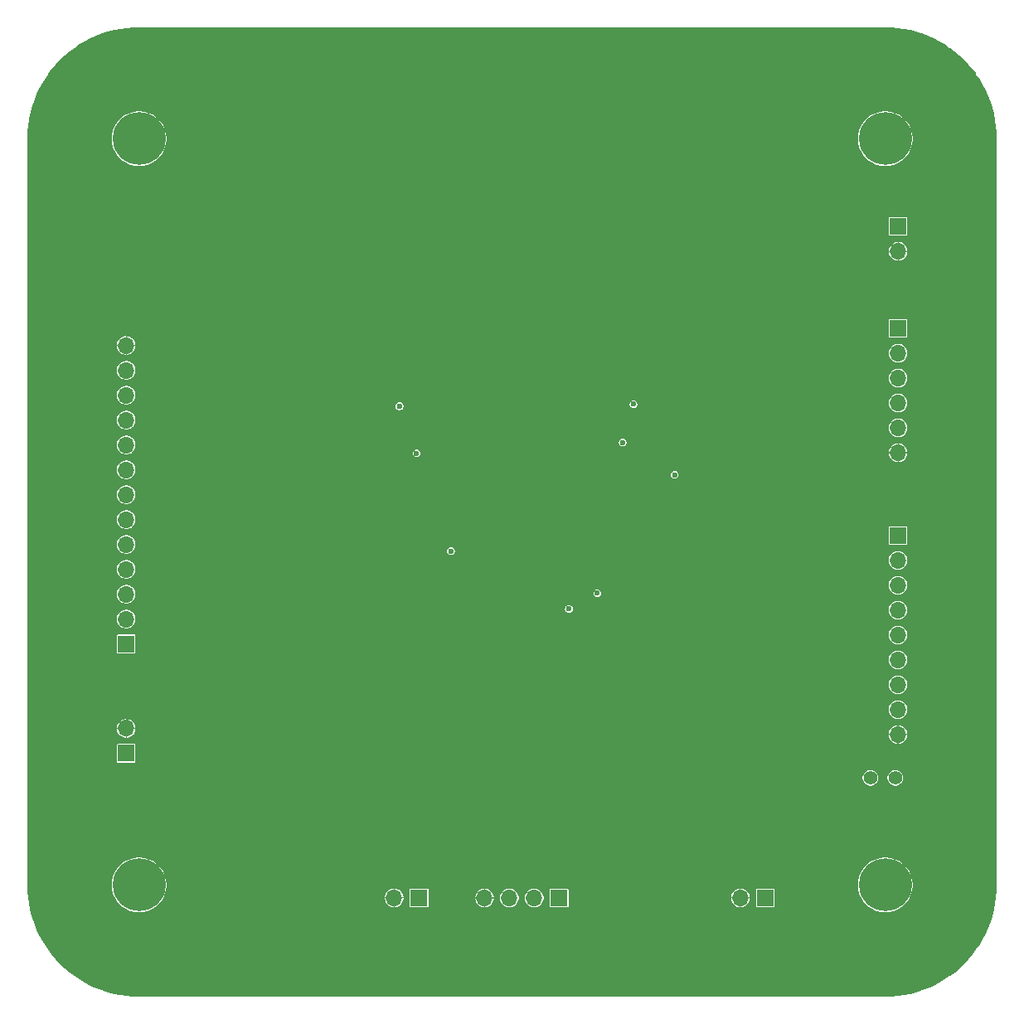
<source format=gbr>
%TF.GenerationSoftware,KiCad,Pcbnew,9.0.0-rc1*%
%TF.CreationDate,2025-01-08T18:27:09+01:00*%
%TF.ProjectId,HBST,48425354-2e6b-4696-9361-645f70636258,rev?*%
%TF.SameCoordinates,Original*%
%TF.FileFunction,Copper,L2,Inr*%
%TF.FilePolarity,Positive*%
%FSLAX46Y46*%
G04 Gerber Fmt 4.6, Leading zero omitted, Abs format (unit mm)*
G04 Created by KiCad (PCBNEW 9.0.0-rc1) date 2025-01-08 18:27:09*
%MOMM*%
%LPD*%
G01*
G04 APERTURE LIST*
%TA.AperFunction,ComponentPad*%
%ADD10C,5.400000*%
%TD*%
%TA.AperFunction,ComponentPad*%
%ADD11O,1.700000X1.700000*%
%TD*%
%TA.AperFunction,ComponentPad*%
%ADD12R,1.700000X1.700000*%
%TD*%
%TA.AperFunction,ComponentPad*%
%ADD13C,1.400000*%
%TD*%
%TA.AperFunction,ViaPad*%
%ADD14C,0.600000*%
%TD*%
G04 APERTURE END LIST*
D10*
%TO.N,N/C*%
%TO.C,H1*%
X111400000Y-61400000D03*
%TD*%
%TO.N,N/C*%
%TO.C,H2*%
X111400000Y-137600000D03*
%TD*%
%TO.N,N/C*%
%TO.C,H3*%
X187600000Y-137600000D03*
%TD*%
%TO.N,N/C*%
%TO.C,H4*%
X187600000Y-61400000D03*
%TD*%
D11*
%TO.N,GND*%
%TO.C,J6*%
X137460000Y-138900000D03*
D12*
%TO.N,VDD*%
X140000000Y-138900000D03*
%TD*%
D11*
%TO.N,GND*%
%TO.C,J3*%
X146680000Y-138925000D03*
%TO.N,/B_VDD*%
X149220000Y-138925000D03*
%TO.N,/B_Vvar_sd*%
X151760000Y-138925000D03*
D12*
%TO.N,/B_Vvar_b*%
X154300000Y-138925000D03*
%TD*%
D11*
%TO.N,GND*%
%TO.C,J1*%
X188925000Y-93450000D03*
%TO.N,/H_Vvar2_b*%
X188925000Y-90910000D03*
%TO.N,/H_Vvar2_sd*%
X188925000Y-88370000D03*
%TO.N,/H_Vvar1_sd*%
X188925000Y-85830000D03*
%TO.N,/H_Vvar1_b*%
X188925000Y-83290000D03*
D12*
%TO.N,/H_AVDD*%
X188925000Y-80750000D03*
%TD*%
D11*
%TO.N,GND*%
%TO.C,J7*%
X188925000Y-72900000D03*
D12*
%TO.N,VDD*%
X188925000Y-70360000D03*
%TD*%
D11*
%TO.N,GND*%
%TO.C,J2*%
X110100000Y-121600000D03*
D12*
%TO.N,VDD*%
X110100000Y-124140000D03*
%TD*%
D11*
%TO.N,GND*%
%TO.C,J8*%
X172800000Y-138900000D03*
D12*
%TO.N,VDD*%
X175340000Y-138900000D03*
%TD*%
D11*
%TO.N,GND*%
%TO.C,J5*%
X188900000Y-122220000D03*
%TO.N,Net-(J5-Pin_8)*%
X188900000Y-119680000D03*
%TO.N,/T_CK1*%
X188900000Y-117140000D03*
%TO.N,/T_RST_N*%
X188900000Y-114600000D03*
%TO.N,/T_CK2*%
X188900000Y-112060000D03*
%TO.N,/T_EN_SHIFT*%
X188900000Y-109520000D03*
%TO.N,/T_CK_SHIFT*%
X188900000Y-106980000D03*
%TO.N,/T_SDOUT*%
X188900000Y-104440000D03*
D12*
%TO.N,/T_SAMPLE*%
X188900000Y-101900000D03*
%TD*%
D13*
%TO.N,Net-(J5-Pin_8)*%
%TO.C,JP2*%
X188640000Y-126650000D03*
%TO.N,Net-(JP2-A)*%
X186100000Y-126650000D03*
%TD*%
D11*
%TO.N,GND*%
%TO.C,J4*%
X110100000Y-82500000D03*
%TO.N,/S_DC2_Vvar2_b*%
X110100000Y-85040000D03*
%TO.N,/S_DC2_Vvar2_sd*%
X110100000Y-87580000D03*
%TO.N,/S_DC2_Vvar1_sd*%
X110100000Y-90120000D03*
%TO.N,/S_DC2_Vvar1_b*%
X110100000Y-92660000D03*
%TO.N,/S_HC_Vvar1_b*%
X110100000Y-95200000D03*
%TO.N,/S_HC_Vvar1_sd*%
X110100000Y-97740000D03*
%TO.N,/S_HC_Vvar2_sd*%
X110100000Y-100280000D03*
%TO.N,/S_HC_Vvar2_b*%
X110100000Y-102820000D03*
%TO.N,/S_DC1_Vvar1_b*%
X110100000Y-105360000D03*
%TO.N,/S_DC1_Vvar1_sd*%
X110100000Y-107900000D03*
%TO.N,/S_DC1_Vvar2_sd*%
X110100000Y-110440000D03*
D12*
%TO.N,/S_DC1_Vvar2_b*%
X110100000Y-112980000D03*
%TD*%
D14*
%TO.N,GND*%
X149500000Y-99500000D03*
X149250000Y-105250000D03*
%TO.N,VDD*%
X143250000Y-103500000D03*
X139750000Y-93500000D03*
X166100000Y-95700000D03*
X155300000Y-109400000D03*
X160800000Y-92400000D03*
X138000000Y-88700000D03*
X158200000Y-107800000D03*
X161900000Y-88500000D03*
%TD*%
%TA.AperFunction,Conductor*%
%TO.N,GND*%
G36*
X187600677Y-50000519D02*
G01*
X188237812Y-50018395D01*
X188240529Y-50018548D01*
X188874992Y-50072064D01*
X188877683Y-50072367D01*
X189508157Y-50161375D01*
X189510828Y-50161829D01*
X190135275Y-50286040D01*
X190137937Y-50286647D01*
X190754462Y-50445681D01*
X190757092Y-50446439D01*
X191243141Y-50601357D01*
X191363711Y-50639786D01*
X191366303Y-50640693D01*
X191961135Y-50867752D01*
X191963632Y-50868786D01*
X192140050Y-50947728D01*
X192544797Y-51128841D01*
X192547273Y-51130033D01*
X193112934Y-51422261D01*
X193115334Y-51423588D01*
X193663724Y-51747073D01*
X193666031Y-51748522D01*
X194195424Y-52102253D01*
X194197639Y-52103823D01*
X194664051Y-52454834D01*
X194706385Y-52486694D01*
X194708533Y-52488408D01*
X195194977Y-52899173D01*
X195197007Y-52900987D01*
X195659674Y-53338400D01*
X195661608Y-53340334D01*
X196099003Y-53802982D01*
X196100835Y-53805032D01*
X196511591Y-54291466D01*
X196513305Y-54293614D01*
X196833469Y-54719038D01*
X196896166Y-54802347D01*
X196897756Y-54804589D01*
X197251470Y-55333958D01*
X197252932Y-55336285D01*
X197576408Y-55884659D01*
X197577738Y-55887065D01*
X197869966Y-56452726D01*
X197871158Y-56455202D01*
X198131204Y-57036346D01*
X198132256Y-57038886D01*
X198359305Y-57633694D01*
X198360213Y-57636288D01*
X198553558Y-58242901D01*
X198554319Y-58245542D01*
X198713350Y-58862053D01*
X198713961Y-58864733D01*
X198838166Y-59489152D01*
X198838627Y-59491861D01*
X198927629Y-60122296D01*
X198927937Y-60125028D01*
X198981450Y-60759456D01*
X198981604Y-60762200D01*
X198999481Y-61399322D01*
X198999500Y-61400696D01*
X198999500Y-137599303D01*
X198999481Y-137600677D01*
X198981604Y-138237799D01*
X198981450Y-138240543D01*
X198927937Y-138874971D01*
X198927629Y-138877703D01*
X198838627Y-139508138D01*
X198838166Y-139510847D01*
X198713961Y-140135266D01*
X198713350Y-140137946D01*
X198554319Y-140754457D01*
X198553558Y-140757098D01*
X198360213Y-141363711D01*
X198359305Y-141366305D01*
X198132256Y-141961113D01*
X198131204Y-141963653D01*
X197871158Y-142544797D01*
X197869966Y-142547273D01*
X197577738Y-143112934D01*
X197576408Y-143115340D01*
X197252932Y-143663714D01*
X197251470Y-143666041D01*
X196897756Y-144195410D01*
X196896166Y-144197652D01*
X196513305Y-144706385D01*
X196511591Y-144708533D01*
X196100835Y-145194967D01*
X196099003Y-145197017D01*
X195661608Y-145659665D01*
X195659665Y-145661608D01*
X195197017Y-146099003D01*
X195194967Y-146100835D01*
X194708533Y-146511591D01*
X194706385Y-146513305D01*
X194197652Y-146896166D01*
X194195410Y-146897756D01*
X193666041Y-147251470D01*
X193663714Y-147252932D01*
X193115340Y-147576408D01*
X193112934Y-147577738D01*
X192547273Y-147869966D01*
X192544797Y-147871158D01*
X191963653Y-148131204D01*
X191961113Y-148132256D01*
X191366305Y-148359305D01*
X191363711Y-148360213D01*
X190757098Y-148553558D01*
X190754457Y-148554319D01*
X190137946Y-148713350D01*
X190135266Y-148713961D01*
X189510847Y-148838166D01*
X189508138Y-148838627D01*
X188877703Y-148927629D01*
X188874971Y-148927937D01*
X188240543Y-148981450D01*
X188237799Y-148981604D01*
X187600677Y-148999481D01*
X187599303Y-148999500D01*
X111400697Y-148999500D01*
X111399323Y-148999481D01*
X110762200Y-148981604D01*
X110759456Y-148981450D01*
X110125028Y-148927937D01*
X110122296Y-148927629D01*
X109491861Y-148838627D01*
X109489152Y-148838166D01*
X108864733Y-148713961D01*
X108862053Y-148713350D01*
X108245542Y-148554319D01*
X108242901Y-148553558D01*
X107636288Y-148360213D01*
X107633694Y-148359305D01*
X107038886Y-148132256D01*
X107036346Y-148131204D01*
X106455202Y-147871158D01*
X106452726Y-147869966D01*
X105887065Y-147577738D01*
X105884659Y-147576408D01*
X105336285Y-147252932D01*
X105333958Y-147251470D01*
X104804589Y-146897756D01*
X104802347Y-146896166D01*
X104293614Y-146513305D01*
X104291466Y-146511591D01*
X103805032Y-146100835D01*
X103802982Y-146099003D01*
X103340325Y-145661599D01*
X103338400Y-145659674D01*
X102900987Y-145197007D01*
X102899173Y-145194977D01*
X102488408Y-144708533D01*
X102486694Y-144706385D01*
X102454834Y-144664051D01*
X102103823Y-144197639D01*
X102102253Y-144195424D01*
X101748522Y-143666031D01*
X101747067Y-143663714D01*
X101423591Y-143115340D01*
X101422261Y-143112934D01*
X101130033Y-142547273D01*
X101128841Y-142544797D01*
X101056823Y-142383855D01*
X100868786Y-141963632D01*
X100867752Y-141961135D01*
X100640693Y-141366303D01*
X100639786Y-141363711D01*
X100446441Y-140757098D01*
X100445680Y-140754457D01*
X100286649Y-140137946D01*
X100286038Y-140135266D01*
X100270058Y-140054927D01*
X100161829Y-139510828D01*
X100161375Y-139508157D01*
X100072367Y-138877683D01*
X100072064Y-138874992D01*
X100018548Y-138240529D01*
X100018395Y-138237799D01*
X100016961Y-138186698D01*
X100000519Y-137600677D01*
X100000500Y-137599303D01*
X100000500Y-137442727D01*
X108599500Y-137442727D01*
X108599500Y-137757273D01*
X108634718Y-138069840D01*
X108637648Y-138082678D01*
X108704710Y-138376497D01*
X108808599Y-138673398D01*
X108808602Y-138673404D01*
X108945072Y-138956786D01*
X108945074Y-138956790D01*
X109112420Y-139223119D01*
X109308532Y-139469036D01*
X109308543Y-139469048D01*
X109530951Y-139691456D01*
X109530963Y-139691467D01*
X109625528Y-139766880D01*
X109761730Y-139875498D01*
X109776880Y-139887579D01*
X110043209Y-140054925D01*
X110043213Y-140054927D01*
X110326595Y-140191397D01*
X110326601Y-140191400D01*
X110326604Y-140191401D01*
X110326606Y-140191402D01*
X110623500Y-140295289D01*
X110930160Y-140365282D01*
X111198074Y-140395468D01*
X111242726Y-140400500D01*
X111242727Y-140400500D01*
X111557274Y-140400500D01*
X111585688Y-140397298D01*
X111869840Y-140365282D01*
X112176500Y-140295289D01*
X112473394Y-140191402D01*
X112756789Y-140054926D01*
X113023123Y-139887577D01*
X113269044Y-139691461D01*
X113491461Y-139469044D01*
X113687577Y-139223123D01*
X113854926Y-138956789D01*
X113906353Y-138850000D01*
X113927337Y-138806427D01*
X136510000Y-138806427D01*
X136510000Y-138850000D01*
X136960000Y-138850000D01*
X136960000Y-138950000D01*
X136510000Y-138950000D01*
X136510000Y-138993572D01*
X136546505Y-139177093D01*
X136546510Y-139177112D01*
X136618119Y-139349990D01*
X136722086Y-139505589D01*
X136854410Y-139637913D01*
X137010009Y-139741880D01*
X137182887Y-139813489D01*
X137182906Y-139813494D01*
X137366427Y-139849999D01*
X137366434Y-139850000D01*
X137410000Y-139850000D01*
X137410000Y-139400000D01*
X137510000Y-139400000D01*
X137510000Y-139850000D01*
X137553566Y-139850000D01*
X137553572Y-139849999D01*
X137737093Y-139813494D01*
X137737112Y-139813489D01*
X137909990Y-139741880D01*
X138065589Y-139637913D01*
X138197913Y-139505589D01*
X138301880Y-139349990D01*
X138373489Y-139177112D01*
X138373494Y-139177093D01*
X138409999Y-138993572D01*
X138410000Y-138993565D01*
X138410000Y-138950000D01*
X137960000Y-138950000D01*
X137960000Y-138850000D01*
X138410000Y-138850000D01*
X138410000Y-138806434D01*
X138409999Y-138806427D01*
X138373494Y-138622906D01*
X138373489Y-138622887D01*
X138301880Y-138450009D01*
X138197913Y-138294410D01*
X138065589Y-138162086D01*
X137940397Y-138078436D01*
X137909990Y-138058119D01*
X137866477Y-138040095D01*
X139049500Y-138040095D01*
X139049500Y-139759894D01*
X139049501Y-139759898D01*
X139055331Y-139789213D01*
X139055331Y-139789214D01*
X139055332Y-139789215D01*
X139055332Y-139789216D01*
X139077542Y-139822456D01*
X139077543Y-139822457D01*
X139110787Y-139844669D01*
X139140101Y-139850500D01*
X140859898Y-139850499D01*
X140889213Y-139844669D01*
X140922457Y-139822457D01*
X140944669Y-139789213D01*
X140950500Y-139759899D01*
X140950499Y-138831427D01*
X145730000Y-138831427D01*
X145730000Y-138875000D01*
X146180000Y-138875000D01*
X146180000Y-138975000D01*
X145730000Y-138975000D01*
X145730000Y-139018572D01*
X145766505Y-139202093D01*
X145766510Y-139202112D01*
X145838119Y-139374990D01*
X145942086Y-139530589D01*
X146074410Y-139662913D01*
X146230009Y-139766880D01*
X146402887Y-139838489D01*
X146402906Y-139838494D01*
X146586427Y-139874999D01*
X146586434Y-139875000D01*
X146630000Y-139875000D01*
X146630000Y-139425000D01*
X146730000Y-139425000D01*
X146730000Y-139875000D01*
X146773566Y-139875000D01*
X146773572Y-139874999D01*
X146957093Y-139838494D01*
X146957112Y-139838489D01*
X147129990Y-139766880D01*
X147285589Y-139662913D01*
X147417913Y-139530589D01*
X147521880Y-139374990D01*
X147593489Y-139202112D01*
X147593494Y-139202093D01*
X147629999Y-139018572D01*
X147630000Y-139018565D01*
X147630000Y-138975000D01*
X147180000Y-138975000D01*
X147180000Y-138875000D01*
X147630000Y-138875000D01*
X147630000Y-138831433D01*
X147629999Y-138831428D01*
X147629990Y-138831384D01*
X148269500Y-138831384D01*
X148269500Y-139018616D01*
X148289267Y-139117993D01*
X148306026Y-139202248D01*
X148306029Y-139202258D01*
X148377675Y-139375225D01*
X148377676Y-139375227D01*
X148377678Y-139375231D01*
X148455955Y-139492381D01*
X148466483Y-139508138D01*
X148481698Y-139530908D01*
X148614092Y-139663302D01*
X148769769Y-139767322D01*
X148769774Y-139767324D01*
X148942741Y-139838970D01*
X148942743Y-139838970D01*
X148942749Y-139838973D01*
X149126384Y-139875500D01*
X149126387Y-139875500D01*
X149313613Y-139875500D01*
X149313616Y-139875500D01*
X149497251Y-139838973D01*
X149670231Y-139767322D01*
X149825908Y-139663302D01*
X149958302Y-139530908D01*
X150062322Y-139375231D01*
X150133973Y-139202251D01*
X150170500Y-139018616D01*
X150170500Y-138831384D01*
X150809500Y-138831384D01*
X150809500Y-139018616D01*
X150829267Y-139117993D01*
X150846026Y-139202248D01*
X150846029Y-139202258D01*
X150917675Y-139375225D01*
X150917676Y-139375227D01*
X150917678Y-139375231D01*
X150995955Y-139492381D01*
X151006483Y-139508138D01*
X151021698Y-139530908D01*
X151154092Y-139663302D01*
X151309769Y-139767322D01*
X151309774Y-139767324D01*
X151482741Y-139838970D01*
X151482743Y-139838970D01*
X151482749Y-139838973D01*
X151666384Y-139875500D01*
X151666387Y-139875500D01*
X151853613Y-139875500D01*
X151853616Y-139875500D01*
X152037251Y-139838973D01*
X152210231Y-139767322D01*
X152365908Y-139663302D01*
X152498302Y-139530908D01*
X152602322Y-139375231D01*
X152673973Y-139202251D01*
X152710500Y-139018616D01*
X152710500Y-138831384D01*
X152673973Y-138647749D01*
X152602322Y-138474769D01*
X152498302Y-138319092D01*
X152365908Y-138186698D01*
X152210231Y-138082678D01*
X152210227Y-138082676D01*
X152210225Y-138082675D01*
X152167784Y-138065095D01*
X153349500Y-138065095D01*
X153349500Y-139784894D01*
X153349501Y-139784898D01*
X153355331Y-139814213D01*
X153355331Y-139814214D01*
X153355332Y-139814215D01*
X153355332Y-139814216D01*
X153375680Y-139844669D01*
X153377543Y-139847457D01*
X153410787Y-139869669D01*
X153440101Y-139875500D01*
X155159898Y-139875499D01*
X155189213Y-139869669D01*
X155222457Y-139847457D01*
X155244669Y-139814213D01*
X155250500Y-139784899D01*
X155250499Y-138806427D01*
X171850000Y-138806427D01*
X171850000Y-138850000D01*
X172300000Y-138850000D01*
X172300000Y-138950000D01*
X171850000Y-138950000D01*
X171850000Y-138993572D01*
X171886505Y-139177093D01*
X171886510Y-139177112D01*
X171958119Y-139349990D01*
X172062086Y-139505589D01*
X172194410Y-139637913D01*
X172350009Y-139741880D01*
X172522887Y-139813489D01*
X172522906Y-139813494D01*
X172706427Y-139849999D01*
X172706434Y-139850000D01*
X172750000Y-139850000D01*
X172750000Y-139400000D01*
X172850000Y-139400000D01*
X172850000Y-139850000D01*
X172893566Y-139850000D01*
X172893572Y-139849999D01*
X173077093Y-139813494D01*
X173077112Y-139813489D01*
X173249990Y-139741880D01*
X173405589Y-139637913D01*
X173537913Y-139505589D01*
X173641880Y-139349990D01*
X173713489Y-139177112D01*
X173713494Y-139177093D01*
X173749999Y-138993572D01*
X173750000Y-138993565D01*
X173750000Y-138950000D01*
X173300000Y-138950000D01*
X173300000Y-138850000D01*
X173750000Y-138850000D01*
X173750000Y-138806434D01*
X173749999Y-138806427D01*
X173713494Y-138622906D01*
X173713489Y-138622887D01*
X173641880Y-138450009D01*
X173537913Y-138294410D01*
X173405589Y-138162086D01*
X173280397Y-138078436D01*
X173249990Y-138058119D01*
X173206477Y-138040095D01*
X174389500Y-138040095D01*
X174389500Y-139759894D01*
X174389501Y-139759898D01*
X174395331Y-139789213D01*
X174395331Y-139789214D01*
X174395332Y-139789215D01*
X174395332Y-139789216D01*
X174417542Y-139822456D01*
X174417543Y-139822457D01*
X174450787Y-139844669D01*
X174480101Y-139850500D01*
X176199898Y-139850499D01*
X176229213Y-139844669D01*
X176262457Y-139822457D01*
X176284669Y-139789213D01*
X176290500Y-139759899D01*
X176290499Y-138040102D01*
X176284669Y-138010787D01*
X176284667Y-138010784D01*
X176284667Y-138010783D01*
X176262457Y-137977543D01*
X176229212Y-137955330D01*
X176199901Y-137949500D01*
X174480105Y-137949500D01*
X174480104Y-137949500D01*
X174480102Y-137949501D01*
X174450787Y-137955331D01*
X174450786Y-137955331D01*
X174450784Y-137955332D01*
X174450783Y-137955332D01*
X174417543Y-137977542D01*
X174395330Y-138010786D01*
X174395330Y-138010787D01*
X174389500Y-138040095D01*
X173206477Y-138040095D01*
X173077112Y-137986510D01*
X173077093Y-137986505D01*
X172893572Y-137950000D01*
X172850000Y-137950000D01*
X172850000Y-138400000D01*
X172750000Y-138400000D01*
X172750000Y-137950000D01*
X172706427Y-137950000D01*
X172522906Y-137986505D01*
X172522887Y-137986510D01*
X172350009Y-138058119D01*
X172194410Y-138162086D01*
X172062086Y-138294410D01*
X171958119Y-138450009D01*
X171886510Y-138622887D01*
X171886505Y-138622906D01*
X171850000Y-138806427D01*
X155250499Y-138806427D01*
X155250499Y-138065102D01*
X155244669Y-138035787D01*
X155244667Y-138035784D01*
X155244667Y-138035783D01*
X155222457Y-138002543D01*
X155189212Y-137980330D01*
X155159901Y-137974500D01*
X153440105Y-137974500D01*
X153440104Y-137974500D01*
X153440102Y-137974501D01*
X153410787Y-137980331D01*
X153410786Y-137980331D01*
X153410784Y-137980332D01*
X153410783Y-137980332D01*
X153377543Y-138002542D01*
X153355330Y-138035786D01*
X153355330Y-138035787D01*
X153349500Y-138065095D01*
X152167784Y-138065095D01*
X152037258Y-138011029D01*
X152037248Y-138011026D01*
X151963194Y-137996296D01*
X151853616Y-137974500D01*
X151666384Y-137974500D01*
X151574986Y-137992680D01*
X151482751Y-138011026D01*
X151482741Y-138011029D01*
X151309774Y-138082675D01*
X151309770Y-138082677D01*
X151309769Y-138082678D01*
X151270195Y-138109120D01*
X151154092Y-138186697D01*
X151021697Y-138319092D01*
X150944869Y-138434075D01*
X150928165Y-138459075D01*
X150917675Y-138474774D01*
X150846029Y-138647741D01*
X150846026Y-138647751D01*
X150840925Y-138673398D01*
X150809500Y-138831384D01*
X150170500Y-138831384D01*
X150133973Y-138647749D01*
X150062322Y-138474769D01*
X149958302Y-138319092D01*
X149825908Y-138186698D01*
X149670231Y-138082678D01*
X149670227Y-138082676D01*
X149670225Y-138082675D01*
X149497258Y-138011029D01*
X149497248Y-138011026D01*
X149423194Y-137996296D01*
X149313616Y-137974500D01*
X149126384Y-137974500D01*
X149034986Y-137992680D01*
X148942751Y-138011026D01*
X148942741Y-138011029D01*
X148769774Y-138082675D01*
X148769770Y-138082677D01*
X148769769Y-138082678D01*
X148730195Y-138109120D01*
X148614092Y-138186697D01*
X148481697Y-138319092D01*
X148404869Y-138434075D01*
X148388165Y-138459075D01*
X148377675Y-138474774D01*
X148306029Y-138647741D01*
X148306026Y-138647751D01*
X148300925Y-138673398D01*
X148269500Y-138831384D01*
X147629990Y-138831384D01*
X147593494Y-138647906D01*
X147593489Y-138647887D01*
X147521880Y-138475009D01*
X147417913Y-138319410D01*
X147285589Y-138187086D01*
X147129990Y-138083119D01*
X146957112Y-138011510D01*
X146957093Y-138011505D01*
X146773572Y-137975000D01*
X146730000Y-137975000D01*
X146730000Y-138425000D01*
X146630000Y-138425000D01*
X146630000Y-137975000D01*
X146586427Y-137975000D01*
X146402906Y-138011505D01*
X146402887Y-138011510D01*
X146230009Y-138083119D01*
X146074410Y-138187086D01*
X145942086Y-138319410D01*
X145838119Y-138475009D01*
X145766510Y-138647887D01*
X145766505Y-138647906D01*
X145730000Y-138831427D01*
X140950499Y-138831427D01*
X140950499Y-138040102D01*
X140944669Y-138010787D01*
X140944667Y-138010784D01*
X140944667Y-138010783D01*
X140922457Y-137977543D01*
X140889212Y-137955330D01*
X140859901Y-137949500D01*
X139140105Y-137949500D01*
X139140104Y-137949500D01*
X139140102Y-137949501D01*
X139110787Y-137955331D01*
X139110786Y-137955331D01*
X139110784Y-137955332D01*
X139110783Y-137955332D01*
X139077543Y-137977542D01*
X139055330Y-138010786D01*
X139055330Y-138010787D01*
X139049500Y-138040095D01*
X137866477Y-138040095D01*
X137737112Y-137986510D01*
X137737093Y-137986505D01*
X137553572Y-137950000D01*
X137510000Y-137950000D01*
X137510000Y-138400000D01*
X137410000Y-138400000D01*
X137410000Y-137950000D01*
X137366427Y-137950000D01*
X137182906Y-137986505D01*
X137182887Y-137986510D01*
X137010009Y-138058119D01*
X136854410Y-138162086D01*
X136722086Y-138294410D01*
X136618119Y-138450009D01*
X136546510Y-138622887D01*
X136546505Y-138622906D01*
X136510000Y-138806427D01*
X113927337Y-138806427D01*
X113938732Y-138782766D01*
X113991397Y-138673404D01*
X113991400Y-138673398D01*
X113991399Y-138673398D01*
X113991402Y-138673394D01*
X114095289Y-138376500D01*
X114165282Y-138069840D01*
X114200500Y-137757273D01*
X114200500Y-137442727D01*
X184799500Y-137442727D01*
X184799500Y-137757273D01*
X184834718Y-138069840D01*
X184837648Y-138082678D01*
X184904710Y-138376497D01*
X185008599Y-138673398D01*
X185008602Y-138673404D01*
X185145072Y-138956786D01*
X185145074Y-138956790D01*
X185312420Y-139223119D01*
X185508532Y-139469036D01*
X185508543Y-139469048D01*
X185730951Y-139691456D01*
X185730963Y-139691467D01*
X185825528Y-139766880D01*
X185961730Y-139875498D01*
X185976880Y-139887579D01*
X186243209Y-140054925D01*
X186243213Y-140054927D01*
X186526595Y-140191397D01*
X186526601Y-140191400D01*
X186526604Y-140191401D01*
X186526606Y-140191402D01*
X186823500Y-140295289D01*
X187130160Y-140365282D01*
X187398074Y-140395468D01*
X187442726Y-140400500D01*
X187442727Y-140400500D01*
X187757274Y-140400500D01*
X187785688Y-140397298D01*
X188069840Y-140365282D01*
X188376500Y-140295289D01*
X188673394Y-140191402D01*
X188956789Y-140054926D01*
X189223123Y-139887577D01*
X189469044Y-139691461D01*
X189691461Y-139469044D01*
X189887577Y-139223123D01*
X190054926Y-138956789D01*
X190191402Y-138673394D01*
X190295289Y-138376500D01*
X190365282Y-138069840D01*
X190400500Y-137757273D01*
X190400500Y-137442727D01*
X190365282Y-137130160D01*
X190295289Y-136823500D01*
X190191402Y-136526606D01*
X190054926Y-136243211D01*
X189887577Y-135976877D01*
X189691461Y-135730956D01*
X189469044Y-135508539D01*
X189469041Y-135508536D01*
X189469036Y-135508532D01*
X189223119Y-135312420D01*
X188956790Y-135145074D01*
X188956786Y-135145072D01*
X188673404Y-135008602D01*
X188673398Y-135008599D01*
X188376497Y-134904710D01*
X188376498Y-134904710D01*
X188230446Y-134871375D01*
X188069840Y-134834718D01*
X188069834Y-134834717D01*
X188069833Y-134834717D01*
X187757274Y-134799500D01*
X187757273Y-134799500D01*
X187442727Y-134799500D01*
X187442726Y-134799500D01*
X187130169Y-134834717D01*
X187130164Y-134834717D01*
X186823502Y-134904710D01*
X186526601Y-135008599D01*
X186526595Y-135008602D01*
X186243213Y-135145072D01*
X186243209Y-135145074D01*
X185976880Y-135312420D01*
X185730963Y-135508532D01*
X185730951Y-135508543D01*
X185508543Y-135730951D01*
X185508532Y-135730963D01*
X185312420Y-135976880D01*
X185145074Y-136243209D01*
X185145072Y-136243213D01*
X185008602Y-136526595D01*
X185008599Y-136526601D01*
X184904710Y-136823502D01*
X184834717Y-137130164D01*
X184834717Y-137130168D01*
X184799500Y-137442727D01*
X114200500Y-137442727D01*
X114165282Y-137130160D01*
X114095289Y-136823500D01*
X113991402Y-136526606D01*
X113854926Y-136243211D01*
X113687577Y-135976877D01*
X113491461Y-135730956D01*
X113269044Y-135508539D01*
X113269041Y-135508536D01*
X113269036Y-135508532D01*
X113023119Y-135312420D01*
X112756790Y-135145074D01*
X112756786Y-135145072D01*
X112473404Y-135008602D01*
X112473398Y-135008599D01*
X112176497Y-134904710D01*
X112176498Y-134904710D01*
X112030446Y-134871375D01*
X111869840Y-134834718D01*
X111869834Y-134834717D01*
X111869833Y-134834717D01*
X111557274Y-134799500D01*
X111557273Y-134799500D01*
X111242727Y-134799500D01*
X111242726Y-134799500D01*
X110930169Y-134834717D01*
X110930164Y-134834717D01*
X110623502Y-134904710D01*
X110326601Y-135008599D01*
X110326595Y-135008602D01*
X110043213Y-135145072D01*
X110043209Y-135145074D01*
X109776880Y-135312420D01*
X109530963Y-135508532D01*
X109530951Y-135508543D01*
X109308543Y-135730951D01*
X109308532Y-135730963D01*
X109112420Y-135976880D01*
X108945074Y-136243209D01*
X108945072Y-136243213D01*
X108808602Y-136526595D01*
X108808599Y-136526601D01*
X108704710Y-136823502D01*
X108634717Y-137130164D01*
X108634717Y-137130168D01*
X108599500Y-137442727D01*
X100000500Y-137442727D01*
X100000500Y-126571152D01*
X185299500Y-126571152D01*
X185299500Y-126728847D01*
X185330260Y-126883487D01*
X185330263Y-126883497D01*
X185390606Y-127029179D01*
X185478211Y-127160289D01*
X185589711Y-127271789D01*
X185720821Y-127359394D01*
X185866503Y-127419737D01*
X185866509Y-127419738D01*
X185866512Y-127419739D01*
X186021152Y-127450499D01*
X186021158Y-127450500D01*
X186178842Y-127450500D01*
X186333497Y-127419737D01*
X186479179Y-127359394D01*
X186610289Y-127271789D01*
X186721789Y-127160289D01*
X186809394Y-127029179D01*
X186869737Y-126883497D01*
X186900500Y-126728842D01*
X186900500Y-126571158D01*
X186900499Y-126571152D01*
X187839500Y-126571152D01*
X187839500Y-126728847D01*
X187870260Y-126883487D01*
X187870263Y-126883497D01*
X187930606Y-127029179D01*
X188018211Y-127160289D01*
X188129711Y-127271789D01*
X188260821Y-127359394D01*
X188406503Y-127419737D01*
X188406509Y-127419738D01*
X188406512Y-127419739D01*
X188561152Y-127450499D01*
X188561158Y-127450500D01*
X188718842Y-127450500D01*
X188873497Y-127419737D01*
X189019179Y-127359394D01*
X189150289Y-127271789D01*
X189261789Y-127160289D01*
X189349394Y-127029179D01*
X189409737Y-126883497D01*
X189440500Y-126728842D01*
X189440500Y-126571158D01*
X189409737Y-126416503D01*
X189349394Y-126270821D01*
X189261789Y-126139711D01*
X189150289Y-126028211D01*
X189019179Y-125940606D01*
X189019176Y-125940604D01*
X189019175Y-125940604D01*
X188873498Y-125880263D01*
X188873487Y-125880260D01*
X188718847Y-125849500D01*
X188718842Y-125849500D01*
X188561158Y-125849500D01*
X188561152Y-125849500D01*
X188406512Y-125880260D01*
X188406501Y-125880263D01*
X188260824Y-125940604D01*
X188129711Y-126028210D01*
X188018210Y-126139711D01*
X187930604Y-126270824D01*
X187870263Y-126416501D01*
X187870260Y-126416512D01*
X187839500Y-126571152D01*
X186900499Y-126571152D01*
X186869737Y-126416503D01*
X186809394Y-126270821D01*
X186721789Y-126139711D01*
X186610289Y-126028211D01*
X186479179Y-125940606D01*
X186479176Y-125940604D01*
X186479175Y-125940604D01*
X186333498Y-125880263D01*
X186333487Y-125880260D01*
X186178847Y-125849500D01*
X186178842Y-125849500D01*
X186021158Y-125849500D01*
X186021152Y-125849500D01*
X185866512Y-125880260D01*
X185866501Y-125880263D01*
X185720824Y-125940604D01*
X185589711Y-126028210D01*
X185478210Y-126139711D01*
X185390604Y-126270824D01*
X185330263Y-126416501D01*
X185330260Y-126416512D01*
X185299500Y-126571152D01*
X100000500Y-126571152D01*
X100000500Y-123280095D01*
X109149500Y-123280095D01*
X109149500Y-124999894D01*
X109149501Y-124999898D01*
X109155331Y-125029213D01*
X109155331Y-125029214D01*
X109155332Y-125029215D01*
X109155332Y-125029216D01*
X109177542Y-125062456D01*
X109177543Y-125062457D01*
X109210787Y-125084669D01*
X109240101Y-125090500D01*
X110959898Y-125090499D01*
X110989213Y-125084669D01*
X111022457Y-125062457D01*
X111044669Y-125029213D01*
X111050500Y-124999899D01*
X111050499Y-123280102D01*
X111044669Y-123250787D01*
X111044667Y-123250784D01*
X111044667Y-123250783D01*
X111022457Y-123217543D01*
X110989212Y-123195330D01*
X110959901Y-123189500D01*
X109240105Y-123189500D01*
X109240104Y-123189500D01*
X109240102Y-123189501D01*
X109210787Y-123195331D01*
X109210786Y-123195331D01*
X109210784Y-123195332D01*
X109210783Y-123195332D01*
X109177543Y-123217542D01*
X109155330Y-123250786D01*
X109155330Y-123250787D01*
X109149500Y-123280095D01*
X100000500Y-123280095D01*
X100000500Y-121506427D01*
X109150000Y-121506427D01*
X109150000Y-121550000D01*
X109600000Y-121550000D01*
X109600000Y-121650000D01*
X109150000Y-121650000D01*
X109150000Y-121693572D01*
X109186505Y-121877093D01*
X109186510Y-121877112D01*
X109258119Y-122049990D01*
X109362086Y-122205589D01*
X109494410Y-122337913D01*
X109650009Y-122441880D01*
X109822887Y-122513489D01*
X109822906Y-122513494D01*
X110006427Y-122549999D01*
X110006434Y-122550000D01*
X110050000Y-122550000D01*
X110050000Y-122100000D01*
X110150000Y-122100000D01*
X110150000Y-122550000D01*
X110193566Y-122550000D01*
X110193572Y-122549999D01*
X110377093Y-122513494D01*
X110377112Y-122513489D01*
X110549990Y-122441880D01*
X110705589Y-122337913D01*
X110828447Y-122215056D01*
X110837913Y-122205589D01*
X110890808Y-122126427D01*
X187950000Y-122126427D01*
X187950000Y-122170000D01*
X188400000Y-122170000D01*
X188400000Y-122270000D01*
X187950000Y-122270000D01*
X187950000Y-122313572D01*
X187986505Y-122497093D01*
X187986510Y-122497112D01*
X188058119Y-122669990D01*
X188162086Y-122825589D01*
X188294410Y-122957913D01*
X188450009Y-123061880D01*
X188622887Y-123133489D01*
X188622906Y-123133494D01*
X188806427Y-123169999D01*
X188806434Y-123170000D01*
X188850000Y-123170000D01*
X188850000Y-122720000D01*
X188950000Y-122720000D01*
X188950000Y-123170000D01*
X188993566Y-123170000D01*
X188993572Y-123169999D01*
X189177093Y-123133494D01*
X189177112Y-123133489D01*
X189349990Y-123061880D01*
X189505589Y-122957913D01*
X189637913Y-122825589D01*
X189741880Y-122669990D01*
X189813489Y-122497112D01*
X189813494Y-122497093D01*
X189849999Y-122313572D01*
X189850000Y-122313565D01*
X189850000Y-122270000D01*
X189400000Y-122270000D01*
X189400000Y-122170000D01*
X189850000Y-122170000D01*
X189850000Y-122126434D01*
X189849999Y-122126427D01*
X189813494Y-121942906D01*
X189813489Y-121942887D01*
X189741880Y-121770009D01*
X189637913Y-121614410D01*
X189505589Y-121482086D01*
X189349990Y-121378119D01*
X189177112Y-121306510D01*
X189177093Y-121306505D01*
X188993572Y-121270000D01*
X188950000Y-121270000D01*
X188950000Y-121720000D01*
X188850000Y-121720000D01*
X188850000Y-121270000D01*
X188806427Y-121270000D01*
X188622906Y-121306505D01*
X188622887Y-121306510D01*
X188450009Y-121378119D01*
X188294410Y-121482086D01*
X188162086Y-121614410D01*
X188058119Y-121770009D01*
X187986510Y-121942887D01*
X187986505Y-121942906D01*
X187950000Y-122126427D01*
X110890808Y-122126427D01*
X110910602Y-122096803D01*
X110941880Y-122049990D01*
X111013489Y-121877112D01*
X111013494Y-121877093D01*
X111049999Y-121693572D01*
X111050000Y-121693565D01*
X111050000Y-121650000D01*
X110600000Y-121650000D01*
X110600000Y-121550000D01*
X111050000Y-121550000D01*
X111050000Y-121506434D01*
X111049999Y-121506427D01*
X111013494Y-121322906D01*
X111013489Y-121322887D01*
X110941880Y-121150009D01*
X110837913Y-120994410D01*
X110705589Y-120862086D01*
X110549990Y-120758119D01*
X110377112Y-120686510D01*
X110377093Y-120686505D01*
X110193572Y-120650000D01*
X110150000Y-120650000D01*
X110150000Y-121100000D01*
X110050000Y-121100000D01*
X110050000Y-120650000D01*
X110006427Y-120650000D01*
X109822906Y-120686505D01*
X109822887Y-120686510D01*
X109650009Y-120758119D01*
X109494410Y-120862086D01*
X109362086Y-120994410D01*
X109258119Y-121150009D01*
X109186510Y-121322887D01*
X109186505Y-121322906D01*
X109150000Y-121506427D01*
X100000500Y-121506427D01*
X100000500Y-119586384D01*
X187949500Y-119586384D01*
X187949500Y-119773616D01*
X187973740Y-119895479D01*
X187986026Y-119957248D01*
X187986029Y-119957258D01*
X188057675Y-120130225D01*
X188057676Y-120130227D01*
X188057678Y-120130231D01*
X188161698Y-120285908D01*
X188294092Y-120418302D01*
X188449769Y-120522322D01*
X188449774Y-120522324D01*
X188622741Y-120593970D01*
X188622743Y-120593970D01*
X188622749Y-120593973D01*
X188806384Y-120630500D01*
X188806387Y-120630500D01*
X188993613Y-120630500D01*
X188993616Y-120630500D01*
X189177251Y-120593973D01*
X189350231Y-120522322D01*
X189505908Y-120418302D01*
X189638302Y-120285908D01*
X189742322Y-120130231D01*
X189813973Y-119957251D01*
X189850500Y-119773616D01*
X189850500Y-119586384D01*
X189813973Y-119402749D01*
X189742322Y-119229769D01*
X189638302Y-119074092D01*
X189505908Y-118941698D01*
X189350231Y-118837678D01*
X189350227Y-118837676D01*
X189350225Y-118837675D01*
X189177258Y-118766029D01*
X189177248Y-118766026D01*
X189103194Y-118751296D01*
X188993616Y-118729500D01*
X188806384Y-118729500D01*
X188714986Y-118747680D01*
X188622751Y-118766026D01*
X188622741Y-118766029D01*
X188449774Y-118837675D01*
X188449770Y-118837677D01*
X188449769Y-118837678D01*
X188410195Y-118864120D01*
X188294092Y-118941697D01*
X188161697Y-119074092D01*
X188057675Y-119229774D01*
X187986029Y-119402741D01*
X187986026Y-119402751D01*
X187967680Y-119494986D01*
X187949500Y-119586384D01*
X100000500Y-119586384D01*
X100000500Y-117046384D01*
X187949500Y-117046384D01*
X187949500Y-117233616D01*
X187973740Y-117355479D01*
X187986026Y-117417248D01*
X187986029Y-117417258D01*
X188057675Y-117590225D01*
X188057676Y-117590227D01*
X188057678Y-117590231D01*
X188161698Y-117745908D01*
X188294092Y-117878302D01*
X188449769Y-117982322D01*
X188449774Y-117982324D01*
X188622741Y-118053970D01*
X188622743Y-118053970D01*
X188622749Y-118053973D01*
X188806384Y-118090500D01*
X188806387Y-118090500D01*
X188993613Y-118090500D01*
X188993616Y-118090500D01*
X189177251Y-118053973D01*
X189350231Y-117982322D01*
X189505908Y-117878302D01*
X189638302Y-117745908D01*
X189742322Y-117590231D01*
X189813973Y-117417251D01*
X189850500Y-117233616D01*
X189850500Y-117046384D01*
X189813973Y-116862749D01*
X189742322Y-116689769D01*
X189638302Y-116534092D01*
X189505908Y-116401698D01*
X189350231Y-116297678D01*
X189350227Y-116297676D01*
X189350225Y-116297675D01*
X189177258Y-116226029D01*
X189177248Y-116226026D01*
X189103194Y-116211296D01*
X188993616Y-116189500D01*
X188806384Y-116189500D01*
X188714986Y-116207680D01*
X188622751Y-116226026D01*
X188622741Y-116226029D01*
X188449774Y-116297675D01*
X188449770Y-116297677D01*
X188449769Y-116297678D01*
X188410195Y-116324120D01*
X188294092Y-116401697D01*
X188161697Y-116534092D01*
X188057675Y-116689774D01*
X187986029Y-116862741D01*
X187986026Y-116862751D01*
X187967680Y-116954986D01*
X187949500Y-117046384D01*
X100000500Y-117046384D01*
X100000500Y-114506384D01*
X187949500Y-114506384D01*
X187949500Y-114693616D01*
X187973740Y-114815479D01*
X187986026Y-114877248D01*
X187986029Y-114877258D01*
X188057675Y-115050225D01*
X188057676Y-115050227D01*
X188057678Y-115050231D01*
X188161698Y-115205908D01*
X188294092Y-115338302D01*
X188449769Y-115442322D01*
X188449774Y-115442324D01*
X188622741Y-115513970D01*
X188622743Y-115513970D01*
X188622749Y-115513973D01*
X188806384Y-115550500D01*
X188806387Y-115550500D01*
X188993613Y-115550500D01*
X188993616Y-115550500D01*
X189177251Y-115513973D01*
X189350231Y-115442322D01*
X189505908Y-115338302D01*
X189638302Y-115205908D01*
X189742322Y-115050231D01*
X189813973Y-114877251D01*
X189850500Y-114693616D01*
X189850500Y-114506384D01*
X189813973Y-114322749D01*
X189742322Y-114149769D01*
X189638302Y-113994092D01*
X189505908Y-113861698D01*
X189473283Y-113839899D01*
X189467381Y-113835955D01*
X189350231Y-113757678D01*
X189350227Y-113757676D01*
X189350225Y-113757675D01*
X189177258Y-113686029D01*
X189177248Y-113686026D01*
X189103194Y-113671296D01*
X188993616Y-113649500D01*
X188806384Y-113649500D01*
X188714986Y-113667680D01*
X188622751Y-113686026D01*
X188622741Y-113686029D01*
X188449774Y-113757675D01*
X188449770Y-113757677D01*
X188449769Y-113757678D01*
X188410195Y-113784120D01*
X188294092Y-113861697D01*
X188161697Y-113994092D01*
X188057675Y-114149774D01*
X187986029Y-114322741D01*
X187986026Y-114322751D01*
X187967680Y-114414986D01*
X187949500Y-114506384D01*
X100000500Y-114506384D01*
X100000500Y-112120095D01*
X109149500Y-112120095D01*
X109149500Y-113839894D01*
X109149501Y-113839898D01*
X109155331Y-113869213D01*
X109155331Y-113869214D01*
X109155332Y-113869215D01*
X109155332Y-113869216D01*
X109177542Y-113902456D01*
X109177543Y-113902457D01*
X109210787Y-113924669D01*
X109240101Y-113930500D01*
X110959898Y-113930499D01*
X110989213Y-113924669D01*
X111022457Y-113902457D01*
X111044669Y-113869213D01*
X111050500Y-113839899D01*
X111050499Y-112120102D01*
X111044669Y-112090787D01*
X111044667Y-112090784D01*
X111044667Y-112090783D01*
X111022457Y-112057543D01*
X110989212Y-112035330D01*
X110959901Y-112029500D01*
X109240105Y-112029500D01*
X109240104Y-112029500D01*
X109240102Y-112029501D01*
X109210787Y-112035331D01*
X109210786Y-112035331D01*
X109210784Y-112035332D01*
X109210783Y-112035332D01*
X109177543Y-112057542D01*
X109155330Y-112090786D01*
X109155330Y-112090787D01*
X109149500Y-112120095D01*
X100000500Y-112120095D01*
X100000500Y-111966384D01*
X187949500Y-111966384D01*
X187949500Y-112153616D01*
X187973740Y-112275479D01*
X187986026Y-112337248D01*
X187986029Y-112337258D01*
X188057675Y-112510225D01*
X188057676Y-112510227D01*
X188057678Y-112510231D01*
X188161698Y-112665908D01*
X188294092Y-112798302D01*
X188449769Y-112902322D01*
X188449774Y-112902324D01*
X188622741Y-112973970D01*
X188622743Y-112973970D01*
X188622749Y-112973973D01*
X188806384Y-113010500D01*
X188806387Y-113010500D01*
X188993613Y-113010500D01*
X188993616Y-113010500D01*
X189177251Y-112973973D01*
X189350231Y-112902322D01*
X189505908Y-112798302D01*
X189638302Y-112665908D01*
X189742322Y-112510231D01*
X189813973Y-112337251D01*
X189850500Y-112153616D01*
X189850500Y-111966384D01*
X189813973Y-111782749D01*
X189742322Y-111609769D01*
X189638302Y-111454092D01*
X189505908Y-111321698D01*
X189350231Y-111217678D01*
X189350227Y-111217676D01*
X189350225Y-111217675D01*
X189177258Y-111146029D01*
X189177248Y-111146026D01*
X189103194Y-111131296D01*
X188993616Y-111109500D01*
X188806384Y-111109500D01*
X188714986Y-111127680D01*
X188622751Y-111146026D01*
X188622741Y-111146029D01*
X188449774Y-111217675D01*
X188449770Y-111217677D01*
X188449769Y-111217678D01*
X188410195Y-111244120D01*
X188294092Y-111321697D01*
X188161697Y-111454092D01*
X188057675Y-111609774D01*
X187986029Y-111782741D01*
X187986026Y-111782751D01*
X187967680Y-111874986D01*
X187949500Y-111966384D01*
X100000500Y-111966384D01*
X100000500Y-110346384D01*
X109149500Y-110346384D01*
X109149500Y-110533616D01*
X109173740Y-110655479D01*
X109186026Y-110717248D01*
X109186029Y-110717258D01*
X109257675Y-110890225D01*
X109257676Y-110890227D01*
X109257678Y-110890231D01*
X109361698Y-111045908D01*
X109494092Y-111178302D01*
X109649769Y-111282322D01*
X109649774Y-111282324D01*
X109822741Y-111353970D01*
X109822743Y-111353970D01*
X109822749Y-111353973D01*
X110006384Y-111390500D01*
X110006387Y-111390500D01*
X110193613Y-111390500D01*
X110193616Y-111390500D01*
X110377251Y-111353973D01*
X110550231Y-111282322D01*
X110705908Y-111178302D01*
X110838302Y-111045908D01*
X110942322Y-110890231D01*
X111013973Y-110717251D01*
X111050500Y-110533616D01*
X111050500Y-110346384D01*
X111013973Y-110162749D01*
X110998712Y-110125907D01*
X110942324Y-109989774D01*
X110942322Y-109989769D01*
X110838302Y-109834092D01*
X110705908Y-109701698D01*
X110550231Y-109597678D01*
X110550227Y-109597676D01*
X110550225Y-109597675D01*
X110377258Y-109526029D01*
X110377248Y-109526026D01*
X110303194Y-109511296D01*
X110193616Y-109489500D01*
X110006384Y-109489500D01*
X109914986Y-109507680D01*
X109822751Y-109526026D01*
X109822741Y-109526029D01*
X109649774Y-109597675D01*
X109649770Y-109597677D01*
X109649769Y-109597678D01*
X109625922Y-109613612D01*
X109494092Y-109701697D01*
X109361697Y-109834092D01*
X109257675Y-109989774D01*
X109186029Y-110162741D01*
X109186026Y-110162751D01*
X109167680Y-110254986D01*
X109149500Y-110346384D01*
X100000500Y-110346384D01*
X100000500Y-109347269D01*
X154899500Y-109347269D01*
X154899500Y-109452730D01*
X154926792Y-109554585D01*
X154926793Y-109554589D01*
X154960871Y-109613612D01*
X154979520Y-109645913D01*
X155054087Y-109720480D01*
X155087513Y-109739778D01*
X155145410Y-109773206D01*
X155145412Y-109773206D01*
X155145413Y-109773207D01*
X155225747Y-109794732D01*
X155247269Y-109800499D01*
X155247270Y-109800500D01*
X155247273Y-109800500D01*
X155352730Y-109800500D01*
X155352730Y-109800499D01*
X155454587Y-109773207D01*
X155545913Y-109720480D01*
X155620480Y-109645913D01*
X155673207Y-109554587D01*
X155700499Y-109452730D01*
X155700500Y-109452730D01*
X155700500Y-109426384D01*
X187949500Y-109426384D01*
X187949500Y-109613616D01*
X187973740Y-109735479D01*
X187986026Y-109797248D01*
X187986029Y-109797258D01*
X188057675Y-109970225D01*
X188057676Y-109970227D01*
X188057678Y-109970231D01*
X188161698Y-110125908D01*
X188294092Y-110258302D01*
X188449769Y-110362322D01*
X188449774Y-110362324D01*
X188622741Y-110433970D01*
X188622743Y-110433970D01*
X188622749Y-110433973D01*
X188806384Y-110470500D01*
X188806387Y-110470500D01*
X188993613Y-110470500D01*
X188993616Y-110470500D01*
X189177251Y-110433973D01*
X189350231Y-110362322D01*
X189505908Y-110258302D01*
X189638302Y-110125908D01*
X189742322Y-109970231D01*
X189813973Y-109797251D01*
X189850500Y-109613616D01*
X189850500Y-109426384D01*
X189813973Y-109242749D01*
X189777247Y-109154086D01*
X189742324Y-109069774D01*
X189742322Y-109069769D01*
X189638302Y-108914092D01*
X189505908Y-108781698D01*
X189350231Y-108677678D01*
X189350227Y-108677676D01*
X189350225Y-108677675D01*
X189177258Y-108606029D01*
X189177248Y-108606026D01*
X189103194Y-108591296D01*
X188993616Y-108569500D01*
X188806384Y-108569500D01*
X188714986Y-108587680D01*
X188622751Y-108606026D01*
X188622741Y-108606029D01*
X188449774Y-108677675D01*
X188449770Y-108677677D01*
X188449769Y-108677678D01*
X188410195Y-108704120D01*
X188294092Y-108781697D01*
X188161697Y-108914092D01*
X188057675Y-109069774D01*
X187986029Y-109242741D01*
X187986026Y-109242751D01*
X187967680Y-109334986D01*
X187949500Y-109426384D01*
X155700500Y-109426384D01*
X155700500Y-109347270D01*
X155700499Y-109347269D01*
X155673207Y-109245414D01*
X155673206Y-109245410D01*
X155620479Y-109154086D01*
X155545913Y-109079520D01*
X155454589Y-109026793D01*
X155454585Y-109026792D01*
X155352730Y-108999500D01*
X155352727Y-108999500D01*
X155247273Y-108999500D01*
X155247270Y-108999500D01*
X155145414Y-109026792D01*
X155145410Y-109026793D01*
X155054086Y-109079520D01*
X155054086Y-109079521D01*
X154979521Y-109154086D01*
X154979520Y-109154086D01*
X154926793Y-109245410D01*
X154926792Y-109245414D01*
X154899500Y-109347269D01*
X100000500Y-109347269D01*
X100000500Y-107806384D01*
X109149500Y-107806384D01*
X109149500Y-107993616D01*
X109159903Y-108045914D01*
X109186026Y-108177248D01*
X109186029Y-108177258D01*
X109257675Y-108350225D01*
X109257676Y-108350227D01*
X109257678Y-108350231D01*
X109361698Y-108505908D01*
X109494092Y-108638302D01*
X109649769Y-108742322D01*
X109649774Y-108742324D01*
X109822741Y-108813970D01*
X109822743Y-108813970D01*
X109822749Y-108813973D01*
X110006384Y-108850500D01*
X110006387Y-108850500D01*
X110193613Y-108850500D01*
X110193616Y-108850500D01*
X110377251Y-108813973D01*
X110550231Y-108742322D01*
X110705908Y-108638302D01*
X110838302Y-108505908D01*
X110942322Y-108350231D01*
X111013973Y-108177251D01*
X111050500Y-107993616D01*
X111050500Y-107806384D01*
X111038741Y-107747269D01*
X157799500Y-107747269D01*
X157799500Y-107852730D01*
X157826792Y-107954585D01*
X157826793Y-107954589D01*
X157849326Y-107993616D01*
X157879520Y-108045913D01*
X157954087Y-108120480D01*
X157987513Y-108139778D01*
X158045410Y-108173206D01*
X158045412Y-108173206D01*
X158045413Y-108173207D01*
X158125747Y-108194732D01*
X158147269Y-108200499D01*
X158147270Y-108200500D01*
X158147273Y-108200500D01*
X158252730Y-108200500D01*
X158252730Y-108200499D01*
X158354587Y-108173207D01*
X158445913Y-108120480D01*
X158520480Y-108045913D01*
X158573207Y-107954587D01*
X158600499Y-107852730D01*
X158600500Y-107852730D01*
X158600500Y-107747270D01*
X158600499Y-107747269D01*
X158573207Y-107645414D01*
X158573206Y-107645410D01*
X158520479Y-107554086D01*
X158445913Y-107479520D01*
X158354589Y-107426793D01*
X158354585Y-107426792D01*
X158252730Y-107399500D01*
X158252727Y-107399500D01*
X158147273Y-107399500D01*
X158147270Y-107399500D01*
X158045414Y-107426792D01*
X158045410Y-107426793D01*
X157954086Y-107479520D01*
X157954086Y-107479521D01*
X157879521Y-107554086D01*
X157879520Y-107554086D01*
X157826793Y-107645410D01*
X157826792Y-107645414D01*
X157799500Y-107747269D01*
X111038741Y-107747269D01*
X111013973Y-107622749D01*
X110998712Y-107585907D01*
X110942324Y-107449774D01*
X110942322Y-107449769D01*
X110838302Y-107294092D01*
X110705908Y-107161698D01*
X110550231Y-107057678D01*
X110550227Y-107057676D01*
X110550225Y-107057675D01*
X110377258Y-106986029D01*
X110377248Y-106986026D01*
X110303194Y-106971296D01*
X110193616Y-106949500D01*
X110006384Y-106949500D01*
X109914986Y-106967680D01*
X109822751Y-106986026D01*
X109822741Y-106986029D01*
X109649774Y-107057675D01*
X109649770Y-107057677D01*
X109649769Y-107057678D01*
X109625922Y-107073612D01*
X109494092Y-107161697D01*
X109361697Y-107294092D01*
X109257675Y-107449774D01*
X109186029Y-107622741D01*
X109186026Y-107622751D01*
X109167680Y-107714986D01*
X109149500Y-107806384D01*
X100000500Y-107806384D01*
X100000500Y-106886384D01*
X187949500Y-106886384D01*
X187949500Y-107073616D01*
X187973740Y-107195479D01*
X187986026Y-107257248D01*
X187986029Y-107257258D01*
X188057675Y-107430225D01*
X188057676Y-107430227D01*
X188057678Y-107430231D01*
X188161698Y-107585908D01*
X188294092Y-107718302D01*
X188449769Y-107822322D01*
X188449774Y-107822324D01*
X188622741Y-107893970D01*
X188622743Y-107893970D01*
X188622749Y-107893973D01*
X188806384Y-107930500D01*
X188806387Y-107930500D01*
X188993613Y-107930500D01*
X188993616Y-107930500D01*
X189177251Y-107893973D01*
X189350231Y-107822322D01*
X189505908Y-107718302D01*
X189638302Y-107585908D01*
X189742322Y-107430231D01*
X189813973Y-107257251D01*
X189850500Y-107073616D01*
X189850500Y-106886384D01*
X189813973Y-106702749D01*
X189742322Y-106529769D01*
X189638302Y-106374092D01*
X189505908Y-106241698D01*
X189350231Y-106137678D01*
X189350227Y-106137676D01*
X189350225Y-106137675D01*
X189177258Y-106066029D01*
X189177248Y-106066026D01*
X189103194Y-106051296D01*
X188993616Y-106029500D01*
X188806384Y-106029500D01*
X188714986Y-106047680D01*
X188622751Y-106066026D01*
X188622741Y-106066029D01*
X188449774Y-106137675D01*
X188449770Y-106137677D01*
X188449769Y-106137678D01*
X188410195Y-106164120D01*
X188294092Y-106241697D01*
X188161697Y-106374092D01*
X188057675Y-106529774D01*
X187986029Y-106702741D01*
X187986026Y-106702751D01*
X187967680Y-106794986D01*
X187949500Y-106886384D01*
X100000500Y-106886384D01*
X100000500Y-105266384D01*
X109149500Y-105266384D01*
X109149500Y-105453616D01*
X109173740Y-105575479D01*
X109186026Y-105637248D01*
X109186029Y-105637258D01*
X109257675Y-105810225D01*
X109257676Y-105810227D01*
X109257678Y-105810231D01*
X109361698Y-105965908D01*
X109494092Y-106098302D01*
X109649769Y-106202322D01*
X109649774Y-106202324D01*
X109822741Y-106273970D01*
X109822743Y-106273970D01*
X109822749Y-106273973D01*
X110006384Y-106310500D01*
X110006387Y-106310500D01*
X110193613Y-106310500D01*
X110193616Y-106310500D01*
X110377251Y-106273973D01*
X110550231Y-106202322D01*
X110705908Y-106098302D01*
X110838302Y-105965908D01*
X110942322Y-105810231D01*
X111013973Y-105637251D01*
X111050500Y-105453616D01*
X111050500Y-105266384D01*
X111013973Y-105082749D01*
X110998712Y-105045907D01*
X110942324Y-104909774D01*
X110942322Y-104909769D01*
X110838302Y-104754092D01*
X110705908Y-104621698D01*
X110550231Y-104517678D01*
X110550227Y-104517676D01*
X110550225Y-104517675D01*
X110377258Y-104446029D01*
X110377248Y-104446026D01*
X110303194Y-104431296D01*
X110193616Y-104409500D01*
X110006384Y-104409500D01*
X109914986Y-104427680D01*
X109822751Y-104446026D01*
X109822741Y-104446029D01*
X109649774Y-104517675D01*
X109649770Y-104517677D01*
X109649769Y-104517678D01*
X109625922Y-104533612D01*
X109494092Y-104621697D01*
X109361697Y-104754092D01*
X109257675Y-104909774D01*
X109186029Y-105082741D01*
X109186026Y-105082751D01*
X109167680Y-105174986D01*
X109149500Y-105266384D01*
X100000500Y-105266384D01*
X100000500Y-104346384D01*
X187949500Y-104346384D01*
X187949500Y-104533616D01*
X187973740Y-104655479D01*
X187986026Y-104717248D01*
X187986029Y-104717258D01*
X188057675Y-104890225D01*
X188057676Y-104890227D01*
X188057678Y-104890231D01*
X188161698Y-105045908D01*
X188294092Y-105178302D01*
X188449769Y-105282322D01*
X188449774Y-105282324D01*
X188622741Y-105353970D01*
X188622743Y-105353970D01*
X188622749Y-105353973D01*
X188806384Y-105390500D01*
X188806387Y-105390500D01*
X188993613Y-105390500D01*
X188993616Y-105390500D01*
X189177251Y-105353973D01*
X189350231Y-105282322D01*
X189505908Y-105178302D01*
X189638302Y-105045908D01*
X189742322Y-104890231D01*
X189813973Y-104717251D01*
X189850500Y-104533616D01*
X189850500Y-104346384D01*
X189813973Y-104162749D01*
X189742322Y-103989769D01*
X189638302Y-103834092D01*
X189505908Y-103701698D01*
X189350231Y-103597678D01*
X189350227Y-103597676D01*
X189350225Y-103597675D01*
X189177258Y-103526029D01*
X189177248Y-103526026D01*
X189103194Y-103511296D01*
X188993616Y-103489500D01*
X188806384Y-103489500D01*
X188714986Y-103507680D01*
X188622751Y-103526026D01*
X188622741Y-103526029D01*
X188449774Y-103597675D01*
X188449770Y-103597677D01*
X188449769Y-103597678D01*
X188410195Y-103624120D01*
X188294092Y-103701697D01*
X188161697Y-103834092D01*
X188057675Y-103989774D01*
X187986029Y-104162741D01*
X187986026Y-104162751D01*
X187967680Y-104254986D01*
X187949500Y-104346384D01*
X100000500Y-104346384D01*
X100000500Y-102726384D01*
X109149500Y-102726384D01*
X109149500Y-102913616D01*
X109173740Y-103035479D01*
X109186026Y-103097248D01*
X109186029Y-103097258D01*
X109257675Y-103270225D01*
X109257676Y-103270227D01*
X109257678Y-103270231D01*
X109307911Y-103345410D01*
X109355637Y-103416838D01*
X109361698Y-103425908D01*
X109494092Y-103558302D01*
X109649769Y-103662322D01*
X109649774Y-103662324D01*
X109822741Y-103733970D01*
X109822743Y-103733970D01*
X109822749Y-103733973D01*
X110006384Y-103770500D01*
X110006387Y-103770500D01*
X110193613Y-103770500D01*
X110193616Y-103770500D01*
X110377251Y-103733973D01*
X110550231Y-103662322D01*
X110705908Y-103558302D01*
X110816941Y-103447269D01*
X142849500Y-103447269D01*
X142849500Y-103552730D01*
X142876792Y-103654585D01*
X142876793Y-103654589D01*
X142922625Y-103733970D01*
X142929520Y-103745913D01*
X143004087Y-103820480D01*
X143027664Y-103834092D01*
X143095410Y-103873206D01*
X143095412Y-103873206D01*
X143095413Y-103873207D01*
X143175747Y-103894732D01*
X143197269Y-103900499D01*
X143197270Y-103900500D01*
X143197273Y-103900500D01*
X143302730Y-103900500D01*
X143302730Y-103900499D01*
X143404587Y-103873207D01*
X143495913Y-103820480D01*
X143570480Y-103745913D01*
X143623207Y-103654587D01*
X143650499Y-103552730D01*
X143650500Y-103552730D01*
X143650500Y-103447270D01*
X143650499Y-103447269D01*
X143623207Y-103345414D01*
X143623206Y-103345410D01*
X143570479Y-103254086D01*
X143495913Y-103179520D01*
X143404589Y-103126793D01*
X143404585Y-103126792D01*
X143302730Y-103099500D01*
X143302727Y-103099500D01*
X143197273Y-103099500D01*
X143197270Y-103099500D01*
X143095414Y-103126792D01*
X143095410Y-103126793D01*
X143004086Y-103179520D01*
X143004086Y-103179521D01*
X142929521Y-103254086D01*
X142929520Y-103254086D01*
X142876793Y-103345410D01*
X142876792Y-103345414D01*
X142849500Y-103447269D01*
X110816941Y-103447269D01*
X110838302Y-103425908D01*
X110942322Y-103270231D01*
X111013973Y-103097251D01*
X111050500Y-102913616D01*
X111050500Y-102726384D01*
X111013973Y-102542749D01*
X110942322Y-102369769D01*
X110838302Y-102214092D01*
X110705908Y-102081698D01*
X110550231Y-101977678D01*
X110550227Y-101977676D01*
X110550225Y-101977675D01*
X110377258Y-101906029D01*
X110377248Y-101906026D01*
X110303194Y-101891296D01*
X110193616Y-101869500D01*
X110006384Y-101869500D01*
X109914986Y-101887680D01*
X109822751Y-101906026D01*
X109822741Y-101906029D01*
X109649774Y-101977675D01*
X109649770Y-101977677D01*
X109649769Y-101977678D01*
X109610195Y-102004120D01*
X109494092Y-102081697D01*
X109361697Y-102214092D01*
X109257675Y-102369774D01*
X109186029Y-102542741D01*
X109186026Y-102542751D01*
X109167680Y-102634986D01*
X109149500Y-102726384D01*
X100000500Y-102726384D01*
X100000500Y-100186384D01*
X109149500Y-100186384D01*
X109149500Y-100373616D01*
X109173740Y-100495479D01*
X109186026Y-100557248D01*
X109186029Y-100557258D01*
X109257675Y-100730225D01*
X109257676Y-100730227D01*
X109257678Y-100730231D01*
X109361698Y-100885908D01*
X109494092Y-101018302D01*
X109649769Y-101122322D01*
X109649774Y-101122324D01*
X109822741Y-101193970D01*
X109822743Y-101193970D01*
X109822749Y-101193973D01*
X110006384Y-101230500D01*
X110006387Y-101230500D01*
X110193613Y-101230500D01*
X110193616Y-101230500D01*
X110377251Y-101193973D01*
X110550231Y-101122322D01*
X110673292Y-101040095D01*
X187949500Y-101040095D01*
X187949500Y-102759894D01*
X187949501Y-102759898D01*
X187955331Y-102789213D01*
X187955331Y-102789214D01*
X187955332Y-102789215D01*
X187955332Y-102789216D01*
X187977542Y-102822456D01*
X187977543Y-102822457D01*
X188010787Y-102844669D01*
X188040101Y-102850500D01*
X189759898Y-102850499D01*
X189789213Y-102844669D01*
X189822457Y-102822457D01*
X189844669Y-102789213D01*
X189850500Y-102759899D01*
X189850499Y-101040102D01*
X189844669Y-101010787D01*
X189844667Y-101010784D01*
X189844667Y-101010783D01*
X189822457Y-100977543D01*
X189789212Y-100955330D01*
X189759901Y-100949500D01*
X188040105Y-100949500D01*
X188040104Y-100949500D01*
X188040102Y-100949501D01*
X188010787Y-100955331D01*
X188010786Y-100955331D01*
X188010784Y-100955332D01*
X188010783Y-100955332D01*
X187977543Y-100977542D01*
X187955330Y-101010786D01*
X187955330Y-101010787D01*
X187949500Y-101040095D01*
X110673292Y-101040095D01*
X110705908Y-101018302D01*
X110838302Y-100885908D01*
X110942322Y-100730231D01*
X111013973Y-100557251D01*
X111050500Y-100373616D01*
X111050500Y-100186384D01*
X111013973Y-100002749D01*
X110942322Y-99829769D01*
X110838302Y-99674092D01*
X110705908Y-99541698D01*
X110550231Y-99437678D01*
X110550227Y-99437676D01*
X110550225Y-99437675D01*
X110377258Y-99366029D01*
X110377248Y-99366026D01*
X110303194Y-99351296D01*
X110193616Y-99329500D01*
X110006384Y-99329500D01*
X109914986Y-99347680D01*
X109822751Y-99366026D01*
X109822741Y-99366029D01*
X109649774Y-99437675D01*
X109649770Y-99437677D01*
X109649769Y-99437678D01*
X109610195Y-99464120D01*
X109494092Y-99541697D01*
X109361697Y-99674092D01*
X109257675Y-99829774D01*
X109186029Y-100002741D01*
X109186026Y-100002751D01*
X109167680Y-100094986D01*
X109149500Y-100186384D01*
X100000500Y-100186384D01*
X100000500Y-97646384D01*
X109149500Y-97646384D01*
X109149500Y-97833616D01*
X109173740Y-97955479D01*
X109186026Y-98017248D01*
X109186029Y-98017258D01*
X109257675Y-98190225D01*
X109257676Y-98190227D01*
X109257678Y-98190231D01*
X109361698Y-98345908D01*
X109494092Y-98478302D01*
X109649769Y-98582322D01*
X109649774Y-98582324D01*
X109822741Y-98653970D01*
X109822743Y-98653970D01*
X109822749Y-98653973D01*
X110006384Y-98690500D01*
X110006387Y-98690500D01*
X110193613Y-98690500D01*
X110193616Y-98690500D01*
X110377251Y-98653973D01*
X110550231Y-98582322D01*
X110705908Y-98478302D01*
X110838302Y-98345908D01*
X110942322Y-98190231D01*
X111013973Y-98017251D01*
X111050500Y-97833616D01*
X111050500Y-97646384D01*
X111013973Y-97462749D01*
X110942322Y-97289769D01*
X110838302Y-97134092D01*
X110705908Y-97001698D01*
X110550231Y-96897678D01*
X110550227Y-96897676D01*
X110550225Y-96897675D01*
X110377258Y-96826029D01*
X110377248Y-96826026D01*
X110303194Y-96811296D01*
X110193616Y-96789500D01*
X110006384Y-96789500D01*
X109914986Y-96807680D01*
X109822751Y-96826026D01*
X109822741Y-96826029D01*
X109649774Y-96897675D01*
X109649770Y-96897677D01*
X109649769Y-96897678D01*
X109610195Y-96924120D01*
X109494092Y-97001697D01*
X109361697Y-97134092D01*
X109257675Y-97289774D01*
X109186029Y-97462741D01*
X109186026Y-97462751D01*
X109167680Y-97554986D01*
X109149500Y-97646384D01*
X100000500Y-97646384D01*
X100000500Y-95106384D01*
X109149500Y-95106384D01*
X109149500Y-95293616D01*
X109173740Y-95415479D01*
X109186026Y-95477248D01*
X109186029Y-95477258D01*
X109257675Y-95650225D01*
X109257676Y-95650227D01*
X109257678Y-95650231D01*
X109361698Y-95805908D01*
X109494092Y-95938302D01*
X109649769Y-96042322D01*
X109649774Y-96042324D01*
X109822741Y-96113970D01*
X109822743Y-96113970D01*
X109822749Y-96113973D01*
X110006384Y-96150500D01*
X110006387Y-96150500D01*
X110193613Y-96150500D01*
X110193616Y-96150500D01*
X110377251Y-96113973D01*
X110550231Y-96042322D01*
X110705908Y-95938302D01*
X110838302Y-95805908D01*
X110942322Y-95650231D01*
X110943549Y-95647269D01*
X165699500Y-95647269D01*
X165699500Y-95752730D01*
X165726792Y-95854585D01*
X165726793Y-95854589D01*
X165775126Y-95938302D01*
X165779520Y-95945913D01*
X165854087Y-96020480D01*
X165887513Y-96039778D01*
X165945410Y-96073206D01*
X165945412Y-96073206D01*
X165945413Y-96073207D01*
X166025747Y-96094732D01*
X166047269Y-96100499D01*
X166047270Y-96100500D01*
X166047273Y-96100500D01*
X166152730Y-96100500D01*
X166152730Y-96100499D01*
X166254587Y-96073207D01*
X166345913Y-96020480D01*
X166420480Y-95945913D01*
X166473207Y-95854587D01*
X166500499Y-95752730D01*
X166500500Y-95752730D01*
X166500500Y-95647270D01*
X166500499Y-95647269D01*
X166473207Y-95545414D01*
X166473206Y-95545410D01*
X166420479Y-95454086D01*
X166345913Y-95379520D01*
X166254589Y-95326793D01*
X166254585Y-95326792D01*
X166152730Y-95299500D01*
X166152727Y-95299500D01*
X166047273Y-95299500D01*
X166047270Y-95299500D01*
X165945414Y-95326792D01*
X165945410Y-95326793D01*
X165854086Y-95379520D01*
X165854086Y-95379521D01*
X165779521Y-95454086D01*
X165779520Y-95454086D01*
X165726793Y-95545410D01*
X165726792Y-95545414D01*
X165699500Y-95647269D01*
X110943549Y-95647269D01*
X111013973Y-95477251D01*
X111050500Y-95293616D01*
X111050500Y-95106384D01*
X111013973Y-94922749D01*
X110942322Y-94749769D01*
X110838302Y-94594092D01*
X110705908Y-94461698D01*
X110550231Y-94357678D01*
X110550227Y-94357676D01*
X110550225Y-94357675D01*
X110377258Y-94286029D01*
X110377248Y-94286026D01*
X110303194Y-94271296D01*
X110193616Y-94249500D01*
X110006384Y-94249500D01*
X109914986Y-94267680D01*
X109822751Y-94286026D01*
X109822741Y-94286029D01*
X109649774Y-94357675D01*
X109649770Y-94357677D01*
X109649769Y-94357678D01*
X109641065Y-94363494D01*
X109494092Y-94461697D01*
X109361697Y-94594092D01*
X109257675Y-94749774D01*
X109186029Y-94922741D01*
X109186026Y-94922751D01*
X109167680Y-95014986D01*
X109149500Y-95106384D01*
X100000500Y-95106384D01*
X100000500Y-92566384D01*
X109149500Y-92566384D01*
X109149500Y-92753616D01*
X109158826Y-92800499D01*
X109186026Y-92937248D01*
X109186029Y-92937258D01*
X109257675Y-93110225D01*
X109257676Y-93110227D01*
X109257678Y-93110231D01*
X109303976Y-93179521D01*
X109355750Y-93257007D01*
X109361698Y-93265908D01*
X109494092Y-93398302D01*
X109649769Y-93502322D01*
X109649774Y-93502324D01*
X109822741Y-93573970D01*
X109822743Y-93573970D01*
X109822749Y-93573973D01*
X110006384Y-93610500D01*
X110006387Y-93610500D01*
X110193613Y-93610500D01*
X110193616Y-93610500D01*
X110377251Y-93573973D01*
X110550231Y-93502322D01*
X110632624Y-93447269D01*
X139349500Y-93447269D01*
X139349500Y-93552730D01*
X139376792Y-93654585D01*
X139376793Y-93654589D01*
X139418654Y-93727093D01*
X139429520Y-93745913D01*
X139504087Y-93820480D01*
X139537513Y-93839778D01*
X139595410Y-93873206D01*
X139595412Y-93873206D01*
X139595413Y-93873207D01*
X139675747Y-93894732D01*
X139697269Y-93900499D01*
X139697270Y-93900500D01*
X139697273Y-93900500D01*
X139802730Y-93900500D01*
X139802730Y-93900499D01*
X139904587Y-93873207D01*
X139995913Y-93820480D01*
X140070480Y-93745913D01*
X140123207Y-93654587D01*
X140150499Y-93552730D01*
X140150500Y-93552730D01*
X140150500Y-93447270D01*
X140128913Y-93366708D01*
X140126158Y-93356427D01*
X187975000Y-93356427D01*
X187975000Y-93400000D01*
X188425000Y-93400000D01*
X188425000Y-93500000D01*
X187975000Y-93500000D01*
X187975000Y-93543572D01*
X188011505Y-93727093D01*
X188011510Y-93727112D01*
X188083119Y-93899990D01*
X188187086Y-94055589D01*
X188319410Y-94187913D01*
X188475009Y-94291880D01*
X188647887Y-94363489D01*
X188647906Y-94363494D01*
X188831427Y-94399999D01*
X188831434Y-94400000D01*
X188875000Y-94400000D01*
X188875000Y-93950000D01*
X188975000Y-93950000D01*
X188975000Y-94400000D01*
X189018566Y-94400000D01*
X189018572Y-94399999D01*
X189202093Y-94363494D01*
X189202112Y-94363489D01*
X189374990Y-94291880D01*
X189530589Y-94187913D01*
X189662913Y-94055589D01*
X189766880Y-93899990D01*
X189838489Y-93727112D01*
X189838494Y-93727093D01*
X189874999Y-93543572D01*
X189875000Y-93543565D01*
X189875000Y-93500000D01*
X189425000Y-93500000D01*
X189425000Y-93400000D01*
X189875000Y-93400000D01*
X189875000Y-93356434D01*
X189874999Y-93356427D01*
X189838494Y-93172906D01*
X189838489Y-93172887D01*
X189766880Y-93000009D01*
X189662913Y-92844410D01*
X189530589Y-92712086D01*
X189374990Y-92608119D01*
X189202112Y-92536510D01*
X189202093Y-92536505D01*
X189018572Y-92500000D01*
X188975000Y-92500000D01*
X188975000Y-92950000D01*
X188875000Y-92950000D01*
X188875000Y-92500000D01*
X188831427Y-92500000D01*
X188647906Y-92536505D01*
X188647887Y-92536510D01*
X188475009Y-92608119D01*
X188319410Y-92712086D01*
X188187086Y-92844410D01*
X188083119Y-93000009D01*
X188011510Y-93172887D01*
X188011505Y-93172906D01*
X187975000Y-93356427D01*
X140126158Y-93356427D01*
X140123207Y-93345413D01*
X140123206Y-93345410D01*
X140077304Y-93265907D01*
X140070480Y-93254087D01*
X139995913Y-93179520D01*
X139984457Y-93172906D01*
X139904589Y-93126793D01*
X139904585Y-93126792D01*
X139802730Y-93099500D01*
X139802727Y-93099500D01*
X139697273Y-93099500D01*
X139697270Y-93099500D01*
X139595414Y-93126792D01*
X139595410Y-93126793D01*
X139504086Y-93179520D01*
X139504086Y-93179521D01*
X139429521Y-93254086D01*
X139429520Y-93254086D01*
X139376793Y-93345410D01*
X139376792Y-93345414D01*
X139349500Y-93447269D01*
X110632624Y-93447269D01*
X110705908Y-93398302D01*
X110838302Y-93265908D01*
X110942322Y-93110231D01*
X111013973Y-92937251D01*
X111050500Y-92753616D01*
X111050500Y-92566384D01*
X111013973Y-92382749D01*
X110999277Y-92347269D01*
X160399500Y-92347269D01*
X160399500Y-92452730D01*
X160426792Y-92554585D01*
X160426793Y-92554589D01*
X160479520Y-92645913D01*
X160554087Y-92720480D01*
X160587513Y-92739778D01*
X160645410Y-92773206D01*
X160645412Y-92773206D01*
X160645413Y-92773207D01*
X160725747Y-92794732D01*
X160747269Y-92800499D01*
X160747270Y-92800500D01*
X160747273Y-92800500D01*
X160852730Y-92800500D01*
X160852730Y-92800499D01*
X160954587Y-92773207D01*
X161045913Y-92720480D01*
X161120480Y-92645913D01*
X161173207Y-92554587D01*
X161200499Y-92452730D01*
X161200500Y-92452730D01*
X161200500Y-92347270D01*
X161200499Y-92347269D01*
X161173207Y-92245414D01*
X161173206Y-92245410D01*
X161120479Y-92154086D01*
X161045913Y-92079520D01*
X160954589Y-92026793D01*
X160954585Y-92026792D01*
X160852730Y-91999500D01*
X160852727Y-91999500D01*
X160747273Y-91999500D01*
X160747270Y-91999500D01*
X160645414Y-92026792D01*
X160645410Y-92026793D01*
X160554086Y-92079520D01*
X160554086Y-92079521D01*
X160479521Y-92154086D01*
X160479520Y-92154086D01*
X160426793Y-92245410D01*
X160426792Y-92245414D01*
X160399500Y-92347269D01*
X110999277Y-92347269D01*
X110942322Y-92209769D01*
X110838302Y-92054092D01*
X110705908Y-91921698D01*
X110550231Y-91817678D01*
X110550227Y-91817676D01*
X110550225Y-91817675D01*
X110377258Y-91746029D01*
X110377248Y-91746026D01*
X110303194Y-91731296D01*
X110193616Y-91709500D01*
X110006384Y-91709500D01*
X109914986Y-91727680D01*
X109822751Y-91746026D01*
X109822741Y-91746029D01*
X109649774Y-91817675D01*
X109649770Y-91817677D01*
X109649769Y-91817678D01*
X109640348Y-91823973D01*
X109494092Y-91921697D01*
X109361697Y-92054092D01*
X109257675Y-92209774D01*
X109186029Y-92382741D01*
X109186026Y-92382751D01*
X109172107Y-92452730D01*
X109149500Y-92566384D01*
X100000500Y-92566384D01*
X100000500Y-90026384D01*
X109149500Y-90026384D01*
X109149500Y-90213616D01*
X109167497Y-90304092D01*
X109186026Y-90397248D01*
X109186029Y-90397258D01*
X109257675Y-90570225D01*
X109257676Y-90570227D01*
X109257678Y-90570231D01*
X109361698Y-90725908D01*
X109494092Y-90858302D01*
X109649769Y-90962322D01*
X109649774Y-90962324D01*
X109822741Y-91033970D01*
X109822743Y-91033970D01*
X109822749Y-91033973D01*
X110006384Y-91070500D01*
X110006387Y-91070500D01*
X110193613Y-91070500D01*
X110193616Y-91070500D01*
X110377251Y-91033973D01*
X110550231Y-90962322D01*
X110705908Y-90858302D01*
X110747826Y-90816384D01*
X187974500Y-90816384D01*
X187974500Y-91003616D01*
X187987804Y-91070500D01*
X188011026Y-91187248D01*
X188011029Y-91187258D01*
X188082675Y-91360225D01*
X188082676Y-91360227D01*
X188082678Y-91360231D01*
X188186698Y-91515908D01*
X188319092Y-91648302D01*
X188474769Y-91752322D01*
X188474774Y-91752324D01*
X188647741Y-91823970D01*
X188647743Y-91823970D01*
X188647749Y-91823973D01*
X188831384Y-91860500D01*
X188831387Y-91860500D01*
X189018613Y-91860500D01*
X189018616Y-91860500D01*
X189202251Y-91823973D01*
X189375231Y-91752322D01*
X189530908Y-91648302D01*
X189663302Y-91515908D01*
X189767322Y-91360231D01*
X189838973Y-91187251D01*
X189875500Y-91003616D01*
X189875500Y-90816384D01*
X189838973Y-90632749D01*
X189767322Y-90459769D01*
X189663302Y-90304092D01*
X189530908Y-90171698D01*
X189375231Y-90067678D01*
X189375227Y-90067676D01*
X189375225Y-90067675D01*
X189202258Y-89996029D01*
X189202248Y-89996026D01*
X189128194Y-89981296D01*
X189018616Y-89959500D01*
X188831384Y-89959500D01*
X188739986Y-89977680D01*
X188647751Y-89996026D01*
X188647741Y-89996029D01*
X188474774Y-90067675D01*
X188474770Y-90067677D01*
X188474769Y-90067678D01*
X188435195Y-90094120D01*
X188319092Y-90171697D01*
X188186697Y-90304092D01*
X188082675Y-90459774D01*
X188011029Y-90632741D01*
X188011026Y-90632751D01*
X187992680Y-90724986D01*
X187974500Y-90816384D01*
X110747826Y-90816384D01*
X110838302Y-90725908D01*
X110942322Y-90570231D01*
X111013973Y-90397251D01*
X111050500Y-90213616D01*
X111050500Y-90026384D01*
X111013973Y-89842749D01*
X110942322Y-89669769D01*
X110838302Y-89514092D01*
X110705908Y-89381698D01*
X110550231Y-89277678D01*
X110550227Y-89277676D01*
X110550225Y-89277675D01*
X110377258Y-89206029D01*
X110377248Y-89206026D01*
X110303194Y-89191296D01*
X110193616Y-89169500D01*
X110006384Y-89169500D01*
X109914986Y-89187680D01*
X109822751Y-89206026D01*
X109822741Y-89206029D01*
X109649774Y-89277675D01*
X109649770Y-89277677D01*
X109649769Y-89277678D01*
X109640348Y-89283973D01*
X109494092Y-89381697D01*
X109361697Y-89514092D01*
X109257675Y-89669774D01*
X109186029Y-89842741D01*
X109186026Y-89842751D01*
X109167680Y-89934986D01*
X109149500Y-90026384D01*
X100000500Y-90026384D01*
X100000500Y-88647269D01*
X137599500Y-88647269D01*
X137599500Y-88752730D01*
X137626792Y-88854585D01*
X137626793Y-88854589D01*
X137679520Y-88945913D01*
X137754087Y-89020480D01*
X137787513Y-89039778D01*
X137845410Y-89073206D01*
X137845412Y-89073206D01*
X137845413Y-89073207D01*
X137925747Y-89094732D01*
X137947269Y-89100499D01*
X137947270Y-89100500D01*
X137947273Y-89100500D01*
X138052730Y-89100500D01*
X138052730Y-89100499D01*
X138154587Y-89073207D01*
X138245913Y-89020480D01*
X138320480Y-88945913D01*
X138373207Y-88854587D01*
X138400499Y-88752730D01*
X138400500Y-88752730D01*
X138400500Y-88647270D01*
X138400499Y-88647269D01*
X138394732Y-88625747D01*
X138373207Y-88545413D01*
X138320480Y-88454087D01*
X138313662Y-88447269D01*
X161499500Y-88447269D01*
X161499500Y-88552730D01*
X161526792Y-88654585D01*
X161526793Y-88654589D01*
X161579520Y-88745913D01*
X161654087Y-88820480D01*
X161687513Y-88839778D01*
X161745410Y-88873206D01*
X161745412Y-88873206D01*
X161745413Y-88873207D01*
X161825747Y-88894732D01*
X161847269Y-88900499D01*
X161847270Y-88900500D01*
X161847273Y-88900500D01*
X161952730Y-88900500D01*
X161952730Y-88900499D01*
X162054587Y-88873207D01*
X162145913Y-88820480D01*
X162220480Y-88745913D01*
X162273207Y-88654587D01*
X162300499Y-88552730D01*
X162300500Y-88552730D01*
X162300500Y-88447270D01*
X162300499Y-88447269D01*
X162273207Y-88345414D01*
X162273206Y-88345410D01*
X162246111Y-88298481D01*
X162246109Y-88298478D01*
X162233353Y-88276384D01*
X187974500Y-88276384D01*
X187974500Y-88463616D01*
X187990771Y-88545414D01*
X188011026Y-88647248D01*
X188011029Y-88647258D01*
X188082675Y-88820225D01*
X188082676Y-88820227D01*
X188082678Y-88820231D01*
X188186698Y-88975908D01*
X188319092Y-89108302D01*
X188474769Y-89212322D01*
X188474774Y-89212324D01*
X188647741Y-89283970D01*
X188647743Y-89283970D01*
X188647749Y-89283973D01*
X188831384Y-89320500D01*
X188831387Y-89320500D01*
X189018613Y-89320500D01*
X189018616Y-89320500D01*
X189202251Y-89283973D01*
X189375231Y-89212322D01*
X189530908Y-89108302D01*
X189663302Y-88975908D01*
X189767322Y-88820231D01*
X189838973Y-88647251D01*
X189875500Y-88463616D01*
X189875500Y-88276384D01*
X189838973Y-88092749D01*
X189767322Y-87919769D01*
X189663302Y-87764092D01*
X189530908Y-87631698D01*
X189375231Y-87527678D01*
X189375227Y-87527676D01*
X189375225Y-87527675D01*
X189202258Y-87456029D01*
X189202248Y-87456026D01*
X189128194Y-87441296D01*
X189018616Y-87419500D01*
X188831384Y-87419500D01*
X188739986Y-87437680D01*
X188647751Y-87456026D01*
X188647741Y-87456029D01*
X188474774Y-87527675D01*
X188474770Y-87527677D01*
X188474769Y-87527678D01*
X188435195Y-87554120D01*
X188319092Y-87631697D01*
X188186697Y-87764092D01*
X188082675Y-87919774D01*
X188011029Y-88092741D01*
X188011026Y-88092751D01*
X188009684Y-88099500D01*
X187974500Y-88276384D01*
X162233353Y-88276384D01*
X162220480Y-88254087D01*
X162145913Y-88179520D01*
X162054589Y-88126793D01*
X162054585Y-88126792D01*
X161952730Y-88099500D01*
X161952727Y-88099500D01*
X161847273Y-88099500D01*
X161847270Y-88099500D01*
X161745414Y-88126792D01*
X161745410Y-88126793D01*
X161654086Y-88179520D01*
X161654086Y-88179521D01*
X161579521Y-88254086D01*
X161579520Y-88254086D01*
X161526793Y-88345410D01*
X161526792Y-88345414D01*
X161499500Y-88447269D01*
X138313662Y-88447269D01*
X138245913Y-88379520D01*
X138154589Y-88326793D01*
X138154585Y-88326792D01*
X138052730Y-88299500D01*
X138052727Y-88299500D01*
X137947273Y-88299500D01*
X137947270Y-88299500D01*
X137845414Y-88326792D01*
X137845410Y-88326793D01*
X137754086Y-88379520D01*
X137754086Y-88379521D01*
X137679521Y-88454086D01*
X137679520Y-88454086D01*
X137626793Y-88545410D01*
X137626792Y-88545414D01*
X137599500Y-88647269D01*
X100000500Y-88647269D01*
X100000500Y-87486384D01*
X109149500Y-87486384D01*
X109149500Y-87673616D01*
X109167497Y-87764092D01*
X109186026Y-87857248D01*
X109186029Y-87857258D01*
X109257675Y-88030225D01*
X109257676Y-88030227D01*
X109257678Y-88030231D01*
X109299453Y-88092751D01*
X109357429Y-88179520D01*
X109361698Y-88185908D01*
X109494092Y-88318302D01*
X109649769Y-88422322D01*
X109649774Y-88422324D01*
X109822741Y-88493970D01*
X109822743Y-88493970D01*
X109822749Y-88493973D01*
X110006384Y-88530500D01*
X110006387Y-88530500D01*
X110193613Y-88530500D01*
X110193616Y-88530500D01*
X110377251Y-88493973D01*
X110550231Y-88422322D01*
X110705908Y-88318302D01*
X110838302Y-88185908D01*
X110942322Y-88030231D01*
X111013973Y-87857251D01*
X111050500Y-87673616D01*
X111050500Y-87486384D01*
X111013973Y-87302749D01*
X110942322Y-87129769D01*
X110838302Y-86974092D01*
X110705908Y-86841698D01*
X110550231Y-86737678D01*
X110550227Y-86737676D01*
X110550225Y-86737675D01*
X110377258Y-86666029D01*
X110377248Y-86666026D01*
X110303194Y-86651296D01*
X110193616Y-86629500D01*
X110006384Y-86629500D01*
X109914986Y-86647680D01*
X109822751Y-86666026D01*
X109822741Y-86666029D01*
X109649774Y-86737675D01*
X109649770Y-86737677D01*
X109649769Y-86737678D01*
X109640348Y-86743973D01*
X109494092Y-86841697D01*
X109361697Y-86974092D01*
X109257675Y-87129774D01*
X109186029Y-87302741D01*
X109186026Y-87302751D01*
X109167680Y-87394986D01*
X109149500Y-87486384D01*
X100000500Y-87486384D01*
X100000500Y-84946384D01*
X109149500Y-84946384D01*
X109149500Y-85133616D01*
X109167497Y-85224092D01*
X109186026Y-85317248D01*
X109186029Y-85317258D01*
X109257675Y-85490225D01*
X109257676Y-85490227D01*
X109257678Y-85490231D01*
X109361698Y-85645908D01*
X109494092Y-85778302D01*
X109649769Y-85882322D01*
X109649774Y-85882324D01*
X109822741Y-85953970D01*
X109822743Y-85953970D01*
X109822749Y-85953973D01*
X110006384Y-85990500D01*
X110006387Y-85990500D01*
X110193613Y-85990500D01*
X110193616Y-85990500D01*
X110377251Y-85953973D01*
X110550231Y-85882322D01*
X110705908Y-85778302D01*
X110747826Y-85736384D01*
X187974500Y-85736384D01*
X187974500Y-85923616D01*
X187987804Y-85990500D01*
X188011026Y-86107248D01*
X188011029Y-86107258D01*
X188082675Y-86280225D01*
X188082676Y-86280227D01*
X188082678Y-86280231D01*
X188186698Y-86435908D01*
X188319092Y-86568302D01*
X188474769Y-86672322D01*
X188474774Y-86672324D01*
X188647741Y-86743970D01*
X188647743Y-86743970D01*
X188647749Y-86743973D01*
X188831384Y-86780500D01*
X188831387Y-86780500D01*
X189018613Y-86780500D01*
X189018616Y-86780500D01*
X189202251Y-86743973D01*
X189375231Y-86672322D01*
X189530908Y-86568302D01*
X189663302Y-86435908D01*
X189767322Y-86280231D01*
X189838973Y-86107251D01*
X189875500Y-85923616D01*
X189875500Y-85736384D01*
X189838973Y-85552749D01*
X189767322Y-85379769D01*
X189663302Y-85224092D01*
X189530908Y-85091698D01*
X189375231Y-84987678D01*
X189375227Y-84987676D01*
X189375225Y-84987675D01*
X189202258Y-84916029D01*
X189202248Y-84916026D01*
X189128194Y-84901296D01*
X189018616Y-84879500D01*
X188831384Y-84879500D01*
X188739986Y-84897680D01*
X188647751Y-84916026D01*
X188647741Y-84916029D01*
X188474774Y-84987675D01*
X188474770Y-84987677D01*
X188474769Y-84987678D01*
X188435195Y-85014120D01*
X188319092Y-85091697D01*
X188186697Y-85224092D01*
X188082675Y-85379774D01*
X188011029Y-85552741D01*
X188011026Y-85552751D01*
X187992680Y-85644986D01*
X187974500Y-85736384D01*
X110747826Y-85736384D01*
X110838302Y-85645908D01*
X110942322Y-85490231D01*
X111013973Y-85317251D01*
X111050500Y-85133616D01*
X111050500Y-84946384D01*
X111013973Y-84762749D01*
X110942322Y-84589769D01*
X110838302Y-84434092D01*
X110705908Y-84301698D01*
X110550231Y-84197678D01*
X110550227Y-84197676D01*
X110550225Y-84197675D01*
X110377258Y-84126029D01*
X110377248Y-84126026D01*
X110303194Y-84111296D01*
X110193616Y-84089500D01*
X110006384Y-84089500D01*
X109914986Y-84107680D01*
X109822751Y-84126026D01*
X109822741Y-84126029D01*
X109649774Y-84197675D01*
X109649770Y-84197677D01*
X109649769Y-84197678D01*
X109640348Y-84203973D01*
X109494092Y-84301697D01*
X109361697Y-84434092D01*
X109257675Y-84589774D01*
X109186029Y-84762741D01*
X109186026Y-84762751D01*
X109167680Y-84854986D01*
X109149500Y-84946384D01*
X100000500Y-84946384D01*
X100000500Y-82406427D01*
X109150000Y-82406427D01*
X109150000Y-82450000D01*
X109600000Y-82450000D01*
X109600000Y-82550000D01*
X109150000Y-82550000D01*
X109150000Y-82593572D01*
X109186505Y-82777093D01*
X109186510Y-82777112D01*
X109258119Y-82949990D01*
X109362086Y-83105589D01*
X109494410Y-83237913D01*
X109650009Y-83341880D01*
X109822887Y-83413489D01*
X109822906Y-83413494D01*
X110006427Y-83449999D01*
X110006434Y-83450000D01*
X110050000Y-83450000D01*
X110050000Y-83000000D01*
X110150000Y-83000000D01*
X110150000Y-83450000D01*
X110193566Y-83450000D01*
X110193572Y-83449999D01*
X110377093Y-83413494D01*
X110377112Y-83413489D01*
X110549990Y-83341880D01*
X110705589Y-83237913D01*
X110747119Y-83196384D01*
X187974500Y-83196384D01*
X187974500Y-83383616D01*
X187987705Y-83450000D01*
X188011026Y-83567248D01*
X188011029Y-83567258D01*
X188082675Y-83740225D01*
X188082676Y-83740227D01*
X188082678Y-83740231D01*
X188186698Y-83895908D01*
X188319092Y-84028302D01*
X188474769Y-84132322D01*
X188474774Y-84132324D01*
X188647741Y-84203970D01*
X188647743Y-84203970D01*
X188647749Y-84203973D01*
X188831384Y-84240500D01*
X188831387Y-84240500D01*
X189018613Y-84240500D01*
X189018616Y-84240500D01*
X189202251Y-84203973D01*
X189375231Y-84132322D01*
X189530908Y-84028302D01*
X189663302Y-83895908D01*
X189767322Y-83740231D01*
X189838973Y-83567251D01*
X189875500Y-83383616D01*
X189875500Y-83196384D01*
X189838973Y-83012749D01*
X189767322Y-82839769D01*
X189663302Y-82684092D01*
X189530908Y-82551698D01*
X189375231Y-82447678D01*
X189375227Y-82447676D01*
X189375225Y-82447675D01*
X189202258Y-82376029D01*
X189202248Y-82376026D01*
X189128194Y-82361296D01*
X189018616Y-82339500D01*
X188831384Y-82339500D01*
X188739986Y-82357680D01*
X188647751Y-82376026D01*
X188647741Y-82376029D01*
X188474774Y-82447675D01*
X188474770Y-82447677D01*
X188474769Y-82447678D01*
X188471294Y-82450000D01*
X188319092Y-82551697D01*
X188186697Y-82684092D01*
X188082675Y-82839774D01*
X188011029Y-83012741D01*
X188011026Y-83012751D01*
X187992680Y-83104986D01*
X187974500Y-83196384D01*
X110747119Y-83196384D01*
X110784174Y-83159329D01*
X110837913Y-83105589D01*
X110941880Y-82949990D01*
X111013489Y-82777112D01*
X111013494Y-82777093D01*
X111049999Y-82593572D01*
X111050000Y-82593565D01*
X111050000Y-82550000D01*
X110600000Y-82550000D01*
X110600000Y-82450000D01*
X111050000Y-82450000D01*
X111050000Y-82406434D01*
X111049999Y-82406427D01*
X111013494Y-82222906D01*
X111013489Y-82222887D01*
X110941880Y-82050009D01*
X110837913Y-81894410D01*
X110705589Y-81762086D01*
X110549990Y-81658119D01*
X110377112Y-81586510D01*
X110377093Y-81586505D01*
X110193572Y-81550000D01*
X110150000Y-81550000D01*
X110150000Y-82000000D01*
X110050000Y-82000000D01*
X110050000Y-81550000D01*
X110006427Y-81550000D01*
X109822906Y-81586505D01*
X109822887Y-81586510D01*
X109650009Y-81658119D01*
X109494410Y-81762086D01*
X109362086Y-81894410D01*
X109258119Y-82050009D01*
X109186510Y-82222887D01*
X109186505Y-82222906D01*
X109150000Y-82406427D01*
X100000500Y-82406427D01*
X100000500Y-79890095D01*
X187974500Y-79890095D01*
X187974500Y-81609894D01*
X187974501Y-81609898D01*
X187980331Y-81639213D01*
X187980331Y-81639214D01*
X187980332Y-81639215D01*
X187980332Y-81639216D01*
X188002542Y-81672456D01*
X188002543Y-81672457D01*
X188035787Y-81694669D01*
X188065101Y-81700500D01*
X189784898Y-81700499D01*
X189814213Y-81694669D01*
X189847457Y-81672457D01*
X189869669Y-81639213D01*
X189875500Y-81609899D01*
X189875499Y-79890102D01*
X189869669Y-79860787D01*
X189869667Y-79860784D01*
X189869667Y-79860783D01*
X189847457Y-79827543D01*
X189814212Y-79805330D01*
X189784901Y-79799500D01*
X188065105Y-79799500D01*
X188065104Y-79799500D01*
X188065102Y-79799501D01*
X188035787Y-79805331D01*
X188035786Y-79805331D01*
X188035784Y-79805332D01*
X188035783Y-79805332D01*
X188002543Y-79827542D01*
X187980330Y-79860786D01*
X187980330Y-79860787D01*
X187974500Y-79890095D01*
X100000500Y-79890095D01*
X100000500Y-72806427D01*
X187975000Y-72806427D01*
X187975000Y-72850000D01*
X188425000Y-72850000D01*
X188425000Y-72950000D01*
X187975000Y-72950000D01*
X187975000Y-72993572D01*
X188011505Y-73177093D01*
X188011510Y-73177112D01*
X188083119Y-73349990D01*
X188187086Y-73505589D01*
X188319410Y-73637913D01*
X188475009Y-73741880D01*
X188647887Y-73813489D01*
X188647906Y-73813494D01*
X188831427Y-73849999D01*
X188831434Y-73850000D01*
X188875000Y-73850000D01*
X188875000Y-73400000D01*
X188975000Y-73400000D01*
X188975000Y-73850000D01*
X189018566Y-73850000D01*
X189018572Y-73849999D01*
X189202093Y-73813494D01*
X189202112Y-73813489D01*
X189374990Y-73741880D01*
X189530589Y-73637913D01*
X189662913Y-73505589D01*
X189766880Y-73349990D01*
X189838489Y-73177112D01*
X189838494Y-73177093D01*
X189874999Y-72993572D01*
X189875000Y-72993565D01*
X189875000Y-72950000D01*
X189425000Y-72950000D01*
X189425000Y-72850000D01*
X189875000Y-72850000D01*
X189875000Y-72806434D01*
X189874999Y-72806427D01*
X189838494Y-72622906D01*
X189838489Y-72622887D01*
X189766880Y-72450009D01*
X189662913Y-72294410D01*
X189530589Y-72162086D01*
X189374990Y-72058119D01*
X189202112Y-71986510D01*
X189202093Y-71986505D01*
X189018572Y-71950000D01*
X188975000Y-71950000D01*
X188975000Y-72400000D01*
X188875000Y-72400000D01*
X188875000Y-71950000D01*
X188831427Y-71950000D01*
X188647906Y-71986505D01*
X188647887Y-71986510D01*
X188475009Y-72058119D01*
X188319410Y-72162086D01*
X188187086Y-72294410D01*
X188083119Y-72450009D01*
X188011510Y-72622887D01*
X188011505Y-72622906D01*
X187975000Y-72806427D01*
X100000500Y-72806427D01*
X100000500Y-69500095D01*
X187974500Y-69500095D01*
X187974500Y-71219894D01*
X187974501Y-71219898D01*
X187980331Y-71249213D01*
X187980331Y-71249214D01*
X187980332Y-71249215D01*
X187980332Y-71249216D01*
X188002542Y-71282456D01*
X188002543Y-71282457D01*
X188035787Y-71304669D01*
X188065101Y-71310500D01*
X189784898Y-71310499D01*
X189814213Y-71304669D01*
X189847457Y-71282457D01*
X189869669Y-71249213D01*
X189875500Y-71219899D01*
X189875499Y-69500102D01*
X189869669Y-69470787D01*
X189869667Y-69470784D01*
X189869667Y-69470783D01*
X189847457Y-69437543D01*
X189814212Y-69415330D01*
X189784901Y-69409500D01*
X188065105Y-69409500D01*
X188065104Y-69409500D01*
X188065102Y-69409501D01*
X188035787Y-69415331D01*
X188035786Y-69415331D01*
X188035784Y-69415332D01*
X188035783Y-69415332D01*
X188002543Y-69437542D01*
X187980330Y-69470786D01*
X187980330Y-69470787D01*
X187974500Y-69500095D01*
X100000500Y-69500095D01*
X100000500Y-61400696D01*
X100000519Y-61399322D01*
X100004913Y-61242726D01*
X108599500Y-61242726D01*
X108599500Y-61557273D01*
X108634717Y-61869830D01*
X108634717Y-61869835D01*
X108704710Y-62176497D01*
X108808599Y-62473398D01*
X108808602Y-62473404D01*
X108945072Y-62756786D01*
X108945074Y-62756790D01*
X109112420Y-63023119D01*
X109308532Y-63269036D01*
X109308543Y-63269048D01*
X109530951Y-63491456D01*
X109530963Y-63491467D01*
X109776880Y-63687579D01*
X110043209Y-63854925D01*
X110043213Y-63854927D01*
X110326595Y-63991397D01*
X110326601Y-63991400D01*
X110326604Y-63991401D01*
X110326606Y-63991402D01*
X110623500Y-64095289D01*
X110930160Y-64165282D01*
X111198074Y-64195468D01*
X111242726Y-64200500D01*
X111242727Y-64200500D01*
X111557274Y-64200500D01*
X111585688Y-64197298D01*
X111869840Y-64165282D01*
X112176500Y-64095289D01*
X112473394Y-63991402D01*
X112756789Y-63854926D01*
X113023123Y-63687577D01*
X113269044Y-63491461D01*
X113491461Y-63269044D01*
X113687577Y-63023123D01*
X113854926Y-62756789D01*
X113991402Y-62473394D01*
X114095289Y-62176500D01*
X114165282Y-61869840D01*
X114200500Y-61557273D01*
X114200500Y-61242727D01*
X114200500Y-61242726D01*
X184799500Y-61242726D01*
X184799500Y-61557273D01*
X184834717Y-61869830D01*
X184834717Y-61869835D01*
X184904710Y-62176497D01*
X185008599Y-62473398D01*
X185008602Y-62473404D01*
X185145072Y-62756786D01*
X185145074Y-62756790D01*
X185312420Y-63023119D01*
X185508532Y-63269036D01*
X185508543Y-63269048D01*
X185730951Y-63491456D01*
X185730963Y-63491467D01*
X185976880Y-63687579D01*
X186243209Y-63854925D01*
X186243213Y-63854927D01*
X186526595Y-63991397D01*
X186526601Y-63991400D01*
X186526604Y-63991401D01*
X186526606Y-63991402D01*
X186823500Y-64095289D01*
X187130160Y-64165282D01*
X187398074Y-64195468D01*
X187442726Y-64200500D01*
X187442727Y-64200500D01*
X187757274Y-64200500D01*
X187785688Y-64197298D01*
X188069840Y-64165282D01*
X188376500Y-64095289D01*
X188673394Y-63991402D01*
X188956789Y-63854926D01*
X189223123Y-63687577D01*
X189469044Y-63491461D01*
X189691461Y-63269044D01*
X189887577Y-63023123D01*
X190054926Y-62756789D01*
X190191402Y-62473394D01*
X190295289Y-62176500D01*
X190365282Y-61869840D01*
X190400500Y-61557273D01*
X190400500Y-61242727D01*
X190365282Y-60930160D01*
X190295289Y-60623500D01*
X190191402Y-60326606D01*
X190054926Y-60043211D01*
X189887577Y-59776877D01*
X189691461Y-59530956D01*
X189469044Y-59308539D01*
X189469041Y-59308536D01*
X189469036Y-59308532D01*
X189223119Y-59112420D01*
X188956790Y-58945074D01*
X188956786Y-58945072D01*
X188673404Y-58808602D01*
X188673398Y-58808599D01*
X188376497Y-58704710D01*
X188376498Y-58704710D01*
X188230446Y-58671375D01*
X188069840Y-58634718D01*
X188069834Y-58634717D01*
X188069833Y-58634717D01*
X187757274Y-58599500D01*
X187757273Y-58599500D01*
X187442727Y-58599500D01*
X187442726Y-58599500D01*
X187130169Y-58634717D01*
X187130164Y-58634717D01*
X186823502Y-58704710D01*
X186526601Y-58808599D01*
X186526595Y-58808602D01*
X186243213Y-58945072D01*
X186243209Y-58945074D01*
X185976880Y-59112420D01*
X185730963Y-59308532D01*
X185730951Y-59308543D01*
X185508543Y-59530951D01*
X185508532Y-59530963D01*
X185312420Y-59776880D01*
X185145074Y-60043209D01*
X185145072Y-60043213D01*
X185008602Y-60326595D01*
X185008599Y-60326601D01*
X184904710Y-60623502D01*
X184834717Y-60930164D01*
X184834717Y-60930169D01*
X184799500Y-61242726D01*
X114200500Y-61242726D01*
X114165282Y-60930160D01*
X114095289Y-60623500D01*
X113991402Y-60326606D01*
X113854926Y-60043211D01*
X113687577Y-59776877D01*
X113491461Y-59530956D01*
X113269044Y-59308539D01*
X113269041Y-59308536D01*
X113269036Y-59308532D01*
X113023119Y-59112420D01*
X112756790Y-58945074D01*
X112756786Y-58945072D01*
X112473404Y-58808602D01*
X112473398Y-58808599D01*
X112176497Y-58704710D01*
X112176498Y-58704710D01*
X112030446Y-58671375D01*
X111869840Y-58634718D01*
X111869834Y-58634717D01*
X111869833Y-58634717D01*
X111557274Y-58599500D01*
X111557273Y-58599500D01*
X111242727Y-58599500D01*
X111242726Y-58599500D01*
X110930169Y-58634717D01*
X110930164Y-58634717D01*
X110623502Y-58704710D01*
X110326601Y-58808599D01*
X110326595Y-58808602D01*
X110043213Y-58945072D01*
X110043209Y-58945074D01*
X109776880Y-59112420D01*
X109530963Y-59308532D01*
X109530951Y-59308543D01*
X109308543Y-59530951D01*
X109308532Y-59530963D01*
X109112420Y-59776880D01*
X108945074Y-60043209D01*
X108945072Y-60043213D01*
X108808602Y-60326595D01*
X108808599Y-60326601D01*
X108704710Y-60623502D01*
X108634717Y-60930164D01*
X108634717Y-60930169D01*
X108599500Y-61242726D01*
X100004913Y-61242726D01*
X100004990Y-61239978D01*
X100009925Y-61064079D01*
X100018395Y-60762185D01*
X100018549Y-60759456D01*
X100030017Y-60623500D01*
X100072064Y-60125003D01*
X100072367Y-60122320D01*
X100161376Y-59491837D01*
X100161828Y-59489177D01*
X100286041Y-58864716D01*
X100286649Y-58862053D01*
X100327237Y-58704710D01*
X100445684Y-58245527D01*
X100446441Y-58242901D01*
X100639786Y-57636288D01*
X100640694Y-57633694D01*
X100867757Y-57038851D01*
X100868780Y-57036379D01*
X101128843Y-56455196D01*
X101130033Y-56452726D01*
X101422272Y-55887043D01*
X101423579Y-55884680D01*
X101747083Y-55336259D01*
X101748512Y-55333984D01*
X102102264Y-54804558D01*
X102103811Y-54802377D01*
X102486706Y-54293598D01*
X102488394Y-54291482D01*
X102899188Y-53805004D01*
X102900971Y-53803009D01*
X103338418Y-53340306D01*
X103340306Y-53338418D01*
X103803009Y-52900971D01*
X103805004Y-52899188D01*
X104291482Y-52488394D01*
X104293598Y-52486706D01*
X104802377Y-52103811D01*
X104804558Y-52102264D01*
X105333984Y-51748512D01*
X105336259Y-51747083D01*
X105884680Y-51423579D01*
X105887043Y-51422272D01*
X106452731Y-51130030D01*
X106455202Y-51128841D01*
X107036379Y-50868780D01*
X107038851Y-50867757D01*
X107633707Y-50640689D01*
X107636275Y-50639790D01*
X108242917Y-50446436D01*
X108245527Y-50445684D01*
X108862069Y-50286645D01*
X108864716Y-50286041D01*
X109489177Y-50161828D01*
X109491837Y-50161376D01*
X110122320Y-50072367D01*
X110125003Y-50072064D01*
X110759472Y-50018548D01*
X110762185Y-50018395D01*
X111399323Y-50000519D01*
X111400697Y-50000500D01*
X111465892Y-50000500D01*
X187534108Y-50000500D01*
X187599303Y-50000500D01*
X187600677Y-50000519D01*
G37*
%TD.AperFunction*%
%TD*%
M02*

</source>
